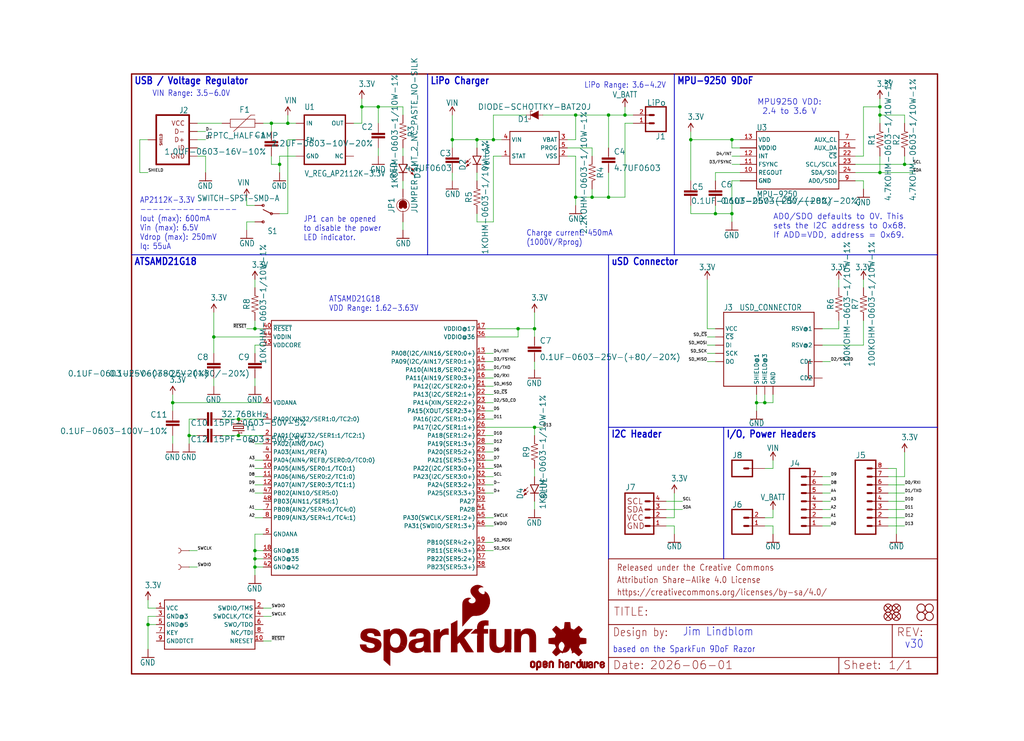
<source format=kicad_sch>
(kicad_sch (version 20230121) (generator eeschema)
  (paper "User" 316.281 228.956)
  (lib_symbols
    (symbol "working-eagle-import:0.1UF-0603-100V-10%"
      (property "Reference" "C" (at 1.524 2.921 0))
      (symbol "0.1UF-0603-100V-10%_1_0"
        (pin passive line (at 0 5.08 270) (length 2.54) (name "1") (number "1"))
        (pin passive line (at 0 -2.54 90) (length 2.54) (name "2") (number "2"))
      )
    )
    (symbol "working-eagle-import:0.1UF-0603-25V-(+80/-20%)"
      (property "Reference" "C" (at 1.524 2.921 0))
      (symbol "0.1UF-0603-25V-(+80/-20%)_1_0"
        (pin passive line (at 0 5.08 270) (length 2.54) (name "1") (number "1"))
        (pin passive line (at 0 -2.54 90) (length 2.54) (name "2") (number "2"))
      )
    )
    (symbol "working-eagle-import:1.0UF-0603-16V-10%"
      (property "Reference" "C" (at 1.524 2.921 0))
      (symbol "1.0UF-0603-16V-10%_1_0"
        (pin passive line (at 0 5.08 270) (length 2.54) (name "1") (number "1"))
        (pin passive line (at 0 -2.54 90) (length 2.54) (name "2") (number "2"))
      )
    )
    (symbol "working-eagle-import:100KOHM-0603-1/10W-1%"
      (property "Reference" "R" (at 0 1.524 0))
      (symbol "100KOHM-0603-1/10W-1%_1_0"
        (pin passive line (at -5.08 0 0) (length 2.54) (name "1") (number "1"))
        (pin passive line (at 5.08 0 180) (length 2.54) (name "2") (number "2"))
      )
    )
    (symbol "working-eagle-import:10KOHM-0603-1/10W-1%"
      (property "Reference" "R" (at 0 1.524 0))
      (symbol "10KOHM-0603-1/10W-1%_1_0"
        (pin passive line (at -5.08 0 0) (length 2.54) (name "1") (number "1"))
        (pin passive line (at 5.08 0 180) (length 2.54) (name "2") (number "2"))
      )
    )
    (symbol "working-eagle-import:15PF-0603-50V-5%"
      (property "Reference" "C" (at 1.524 2.921 0))
      (symbol "15PF-0603-50V-5%_1_0"
        (pin passive line (at 0 5.08 270) (length 2.54) (name "1") (number "1"))
        (pin passive line (at 0 -2.54 90) (length 2.54) (name "2") (number "2"))
      )
    )
    (symbol "working-eagle-import:1KOHM-0603-1/10W-1%"
      (property "Reference" "R" (at 0 1.524 0))
      (symbol "1KOHM-0603-1/10W-1%_1_0"
        (pin passive line (at -5.08 0 0) (length 2.54) (name "1") (number "1"))
        (pin passive line (at 5.08 0 180) (length 2.54) (name "2") (number "2"))
      )
    )
    (symbol "working-eagle-import:2.2KOHM-0603-1/10W-1%"
      (property "Reference" "R" (at 0 1.524 0))
      (symbol "2.2KOHM-0603-1/10W-1%_1_0"
        (pin passive line (at -5.08 0 0) (length 2.54) (name "1") (number "1"))
        (pin passive line (at 5.08 0 180) (length 2.54) (name "2") (number "2"))
      )
    )
    (symbol "working-eagle-import:2.2UF-0603-10V-20%"
      (property "Reference" "C" (at 1.524 2.921 0))
      (symbol "2.2UF-0603-10V-20%_1_0"
        (pin passive line (at 0 5.08 270) (length 2.54) (name "1") (number "1"))
        (pin passive line (at 0 -2.54 90) (length 2.54) (name "2") (number "2"))
      )
    )
    (symbol "working-eagle-import:3.3V" (power)
      (property "Value" "3.3V" (at -1.016 3.556 0))
      (symbol "3.3V_1_0"
        (pin power_in line (at 0 0 90) (length 2.54) (name "3.3V") (number "1"))
      )
    )
    (symbol "working-eagle-import:4.7KOHM-0603-1/10W-1%"
      (property "Reference" "R" (at 0 1.524 0))
      (symbol "4.7KOHM-0603-1/10W-1%_1_0"
        (pin passive line (at -5.08 0 0) (length 2.54) (name "1") (number "1"))
        (pin passive line (at 5.08 0 180) (length 2.54) (name "2") (number "2"))
      )
    )
    (symbol "working-eagle-import:4.7UF0603"
      (property "Reference" "C" (at 1.524 2.921 0))
      (symbol "4.7UF0603_1_0"
        (pin passive line (at 0 5.08 270) (length 2.54) (name "1") (number "1"))
        (pin passive line (at 0 -2.54 90) (length 2.54) (name "2") (number "2"))
      )
    )
    (symbol "working-eagle-import:ATSAMD21G-A"
      (symbol "ATSAMD21G-A_1_0"
        (pin bidirectional line (at -33.02 15.24 0) (length 2.54) (name "PA00(XIN32/SER1:0/TC2:0)") (number "1"))
        (pin bidirectional line (at -33.02 0 0) (length 2.54) (name "PA05(AIN5/SER0:1/TC0:1)") (number "10"))
        (pin bidirectional line (at -33.02 -2.54 0) (length 2.54) (name "PA06(AIN6/SER0:2/TC1:0)") (number "11"))
        (pin bidirectional line (at -33.02 -5.08 0) (length 2.54) (name "PA07(AIN7/SER0:3/TC1:1)") (number "12"))
        (pin bidirectional line (at 35.56 35.56 180) (length 2.54) (name "PA08(I2C/AIN16/SER0:0+)") (number "13"))
        (pin bidirectional line (at 35.56 33.02 180) (length 2.54) (name "PA09(I2C/AIN17/SER0:1+)") (number "14"))
        (pin bidirectional line (at 35.56 30.48 180) (length 2.54) (name "PA10(AIN18/SER0:2+)") (number "15"))
        (pin bidirectional line (at 35.56 27.94 180) (length 2.54) (name "PA11(AIN19/SER0:3+)") (number "16"))
        (pin bidirectional line (at 35.56 43.18 180) (length 2.54) (name "VDDIO@17") (number "17"))
        (pin bidirectional line (at -33.02 -25.4 0) (length 2.54) (name "GND@18") (number "18"))
        (pin bidirectional line (at 35.56 -22.86 180) (length 2.54) (name "PB10(SER4:2+)") (number "19"))
        (pin bidirectional line (at -33.02 10.16 0) (length 2.54) (name "PA01(XOUT32/SER1:1/TC2:1)") (number "2"))
        (pin bidirectional line (at 35.56 -25.4 180) (length 2.54) (name "PB11(SER4:3+)") (number "20"))
        (pin bidirectional line (at 35.56 25.4 180) (length 2.54) (name "PA12(I2C/SER2:0+)") (number "21"))
        (pin bidirectional line (at 35.56 22.86 180) (length 2.54) (name "PA13(I2C/SER2:1+)") (number "22"))
        (pin bidirectional line (at 35.56 20.32 180) (length 2.54) (name "PA14(XIN/SER2:2+)") (number "23"))
        (pin bidirectional line (at 35.56 17.78 180) (length 2.54) (name "PA15(XOUT/SER2:3+)") (number "24"))
        (pin bidirectional line (at 35.56 15.24 180) (length 2.54) (name "PA16(I2C/SER1:0+)") (number "25"))
        (pin bidirectional line (at 35.56 12.7 180) (length 2.54) (name "PA17(I2C/SER1:1+)") (number "26"))
        (pin bidirectional line (at 35.56 10.16 180) (length 2.54) (name "PA18(SER1:2+)") (number "27"))
        (pin bidirectional line (at 35.56 7.62 180) (length 2.54) (name "PA19(SER1:3+)") (number "28"))
        (pin bidirectional line (at 35.56 5.08 180) (length 2.54) (name "PA20(SER5:2+)") (number "29"))
        (pin bidirectional line (at -33.02 7.62 0) (length 2.54) (name "PA02(AIN0/DAC)") (number "3"))
        (pin bidirectional line (at 35.56 2.54 180) (length 2.54) (name "PA21(SER5:3+)") (number "30"))
        (pin bidirectional line (at 35.56 0 180) (length 2.54) (name "PA22(I2C/SER3:0+)") (number "31"))
        (pin bidirectional line (at 35.56 -2.54 180) (length 2.54) (name "PA23(I2C/SER3:0+)") (number "32"))
        (pin bidirectional line (at 35.56 -5.08 180) (length 2.54) (name "PA24(SER3:2+)") (number "33"))
        (pin bidirectional line (at 35.56 -7.62 180) (length 2.54) (name "PA25(SER3:3+)") (number "34"))
        (pin bidirectional line (at -33.02 -27.94 0) (length 2.54) (name "GND@35") (number "35"))
        (pin bidirectional line (at 35.56 40.64 180) (length 2.54) (name "VDDIO@36") (number "36"))
        (pin bidirectional line (at 35.56 -27.94 180) (length 2.54) (name "PB22(SER5:2+)") (number "37"))
        (pin bidirectional line (at 35.56 -30.48 180) (length 2.54) (name "PB23(SER5:3+)") (number "38"))
        (pin bidirectional line (at 35.56 -10.16 180) (length 2.54) (name "PA27") (number "39"))
        (pin bidirectional line (at -33.02 5.08 0) (length 2.54) (name "PA03(AIN1/REFA)") (number "4"))
        (pin bidirectional line (at -33.02 43.18 0) (length 2.54) (name "~{RESET}") (number "40"))
        (pin bidirectional line (at 35.56 -12.7 180) (length 2.54) (name "PA28") (number "41"))
        (pin bidirectional line (at -33.02 -30.48 0) (length 2.54) (name "GND@42") (number "42"))
        (pin bidirectional line (at -33.02 38.1 0) (length 2.54) (name "VDDCORE") (number "43"))
        (pin bidirectional line (at -33.02 40.64 0) (length 2.54) (name "VDDIN") (number "44"))
        (pin bidirectional line (at 35.56 -15.24 180) (length 2.54) (name "PA30(SWCLK/SER1:2+)") (number "45"))
        (pin bidirectional line (at 35.56 -17.78 180) (length 2.54) (name "PA31(SWDIO/SER1:3+)") (number "46"))
        (pin bidirectional line (at -33.02 -7.62 0) (length 2.54) (name "PB02(AIN10/SER5:0)") (number "47"))
        (pin bidirectional line (at -33.02 -10.16 0) (length 2.54) (name "PB03(AIN11/SER5:1)") (number "48"))
        (pin bidirectional line (at -33.02 -20.32 0) (length 2.54) (name "GNDANA") (number "5"))
        (pin bidirectional line (at -33.02 20.32 0) (length 2.54) (name "VDDANA") (number "6"))
        (pin bidirectional line (at -33.02 -12.7 0) (length 2.54) (name "PB08(AIN2/SER4:0/TC4:0)") (number "7"))
        (pin bidirectional line (at -33.02 -15.24 0) (length 2.54) (name "PB09(AIN3/SER4:1/TC4:1)") (number "8"))
        (pin bidirectional line (at -33.02 2.54 0) (length 2.54) (name "PA04(AIN4/REFB/SER0:0/TC0:0)") (number "9"))
      )
    )
    (symbol "working-eagle-import:CONN_01"
      (property "Reference" "J" (at -2.54 3.048 0))
      (symbol "CONN_01_1_0"
        (pin passive line (at 7.62 0 180) (length 5.08) (name "1") (number "1"))
      )
    )
    (symbol "working-eagle-import:CONN_02"
      (property "Reference" "J" (at -2.54 5.588 0))
      (symbol "CONN_02_1_0"
        (pin passive line (at 7.62 0 180) (length 5.08) (name "1") (number "1"))
        (pin passive line (at 7.62 2.54 180) (length 5.08) (name "2") (number "2"))
      )
    )
    (symbol "working-eagle-import:CONN_02-JST-2MM-SMT"
      (property "Reference" "J" (at -2.54 5.588 0))
      (symbol "CONN_02-JST-2MM-SMT_1_0"
        (pin passive line (at 7.62 2.54 180) (length 5.08) (name "2") (number "1"))
        (pin passive line (at 7.62 0 180) (length 5.08) (name "1") (number "2"))
      )
    )
    (symbol "working-eagle-import:CONN_07"
      (property "Reference" "J" (at -5.08 13.208 0))
      (symbol "CONN_07_1_0"
        (pin passive line (at 5.08 -5.08 180) (length 5.08) (name "1") (number "1"))
        (pin passive line (at 5.08 -2.54 180) (length 5.08) (name "2") (number "2"))
        (pin passive line (at 5.08 0 180) (length 5.08) (name "3") (number "3"))
        (pin passive line (at 5.08 2.54 180) (length 5.08) (name "4") (number "4"))
        (pin passive line (at 5.08 5.08 180) (length 5.08) (name "5") (number "5"))
        (pin passive line (at 5.08 7.62 180) (length 5.08) (name "6") (number "6"))
        (pin passive line (at 5.08 10.16 180) (length 5.08) (name "7") (number "7"))
      )
    )
    (symbol "working-eagle-import:CONN_08{dblquote}"
      (property "Reference" "J" (at -5.08 13.208 0))
      (symbol "CONN_08{dblquote}_1_0"
        (pin passive line (at 5.08 -7.62 180) (length 5.08) (name "1") (number "1"))
        (pin passive line (at 5.08 -5.08 180) (length 5.08) (name "2") (number "2"))
        (pin passive line (at 5.08 -2.54 180) (length 5.08) (name "3") (number "3"))
        (pin passive line (at 5.08 0 180) (length 5.08) (name "4") (number "4"))
        (pin passive line (at 5.08 2.54 180) (length 5.08) (name "5") (number "5"))
        (pin passive line (at 5.08 5.08 180) (length 5.08) (name "6") (number "6"))
        (pin passive line (at 5.08 7.62 180) (length 5.08) (name "7") (number "7"))
        (pin passive line (at 5.08 10.16 180) (length 5.08) (name "8") (number "8"))
      )
    )
    (symbol "working-eagle-import:CORTEX_DEBUGPTH"
      (symbol "CORTEX_DEBUGPTH_1_0"
        (pin bidirectional line (at -15.24 5.08 0) (length 2.54) (name "VCC") (number "1"))
        (pin bidirectional line (at 17.78 -5.08 180) (length 2.54) (name "NRESET") (number "10"))
        (pin bidirectional line (at 17.78 5.08 180) (length 2.54) (name "SWDIO/TMS") (number "2"))
        (pin bidirectional line (at -15.24 2.54 0) (length 2.54) (name "GND@3") (number "3"))
        (pin bidirectional line (at 17.78 2.54 180) (length 2.54) (name "SWDCLK/TCK") (number "4"))
        (pin bidirectional line (at -15.24 0 0) (length 2.54) (name "GND@5") (number "5"))
        (pin bidirectional line (at 17.78 0 180) (length 2.54) (name "SWO/TDO") (number "6"))
        (pin bidirectional line (at -15.24 -2.54 0) (length 2.54) (name "KEY") (number "7"))
        (pin bidirectional line (at 17.78 -2.54 180) (length 2.54) (name "NC/TDI") (number "8"))
        (pin bidirectional line (at -15.24 -5.08 0) (length 2.54) (name "GNDDTCT") (number "9"))
      )
    )
    (symbol "working-eagle-import:CRYSTAL-32.768KHZSMD-3.2X1.5"
      (property "Reference" "Y" (at 0 2.032 0))
      (symbol "CRYSTAL-32.768KHZSMD-3.2X1.5_1_0"
        (text "1" (at -2.159 -1.143 0) (effects (font (size 0.8636 0.734)) (justify left bottom)))
        (text "2" (at 1.524 -1.143 0) (effects (font (size 0.8636 0.734)) (justify left bottom)))
        (pin passive line (at -2.54 0 0) (length 0) (name "1") (number "P$1"))
        (pin passive line (at 2.54 0 180) (length 0) (name "2") (number "P$2"))
      )
    )
    (symbol "working-eagle-import:DIODE-SCHOTTKY-BAT20J"
      (property "Reference" "D" (at 2.54 0.4826 0))
      (symbol "DIODE-SCHOTTKY-BAT20J_1_0"
        (pin passive line (at -2.54 0 0) (length 0) (name "A") (number "A"))
        (pin passive line (at 2.54 0 180) (length 0) (name "C") (number "C"))
      )
    )
    (symbol "working-eagle-import:FIDUCIAL1X2")
    (symbol "working-eagle-import:FRAME-LETTER"
      (symbol "FRAME-LETTER_2_0"
        (text "${#}/${##}" (at 86.36 1.27 0) (effects (font (size 2.54 2.54)) (justify left bottom)))
        (text "${CURRENT_DATE}" (at 12.7 1.27 0) (effects (font (size 2.54 2.54)) (justify left bottom)))
        (text "${PROJECTNAME}" (at 15.494 17.78 0) (effects (font (size 2.7432 2.7432)) (justify left bottom)))
        (text "Attribution Share-Alike 4.0 License" (at 2.54 27.94 0) (effects (font (size 1.9304 1.6408)) (justify left bottom)))
        (text "Date:" (at 1.27 1.27 0) (effects (font (size 2.54 2.54)) (justify left bottom)))
        (text "Design by:" (at 1.27 11.43 0) (effects (font (size 2.54 2.159)) (justify left bottom)))
        (text "https://creativecommons.org/licenses/by-sa/4.0/" (at 2.54 24.13 0) (effects (font (size 1.9304 1.6408)) (justify left bottom)))
        (text "Released under the Creative Commons" (at 2.54 31.75 0) (effects (font (size 1.9304 1.6408)) (justify left bottom)))
        (text "REV:" (at 88.9 11.43 0) (effects (font (size 2.54 2.54)) (justify left bottom)))
        (text "Sheet:" (at 72.39 1.27 0) (effects (font (size 2.54 2.54)) (justify left bottom)))
        (text "TITLE:" (at 1.524 17.78 0) (effects (font (size 2.54 2.54)) (justify left bottom)))
      )
    )
    (symbol "working-eagle-import:GND" (power)
      (property "Value" "GND" (at -2.54 -2.54 0))
      (symbol "GND_1_0"
        (pin power_in line (at 0 2.54 270) (length 2.54) (name "GND") (number "1"))
      )
    )
    (symbol "working-eagle-import:I2C_STANDARD"
      (property "Reference" "J" (at -2.54 13.462 0))
      (symbol "I2C_STANDARD_1_0"
        (text "GND" (at -2.032 2.54 0) (effects (font (size 1.778 1.778)) (justify left)))
        (text "SCL" (at -2.032 10.16 0) (effects (font (size 1.778 1.778)) (justify left)))
        (text "SDA" (at -2.032 7.62 0) (effects (font (size 1.778 1.778)) (justify left)))
        (text "VCC" (at -2.032 5.08 0) (effects (font (size 1.778 1.778)) (justify left)))
        (pin passive line (at 10.16 2.54 180) (length 5.08) (name "1") (number "1"))
        (pin passive line (at 10.16 5.08 180) (length 5.08) (name "2") (number "2"))
        (pin passive line (at 10.16 7.62 180) (length 5.08) (name "3") (number "3"))
        (pin passive line (at 10.16 10.16 180) (length 5.08) (name "4") (number "4"))
      )
    )
    (symbol "working-eagle-import:JUMPER-SMT_2_NC_PASTE_NO-SILK"
      (property "Reference" "JP" (at -2.54 2.54 0))
      (symbol "JUMPER-SMT_2_NC_PASTE_NO-SILK_1_0"
        (pin passive line (at -5.08 0 0) (length 2.54) (name "1") (number "1"))
        (pin passive line (at 5.08 0 180) (length 2.54) (name "2") (number "2"))
      )
    )
    (symbol "working-eagle-import:LED-BLUE0603"
      (property "Reference" "D" (at -3.429 -4.572 90))
      (symbol "LED-BLUE0603_1_0"
        (pin passive line (at 0 2.54 270) (length 2.54) (name "A") (number "A"))
        (pin passive line (at 0 -5.08 90) (length 2.54) (name "C") (number "C"))
      )
    )
    (symbol "working-eagle-import:LED-RED0603"
      (property "Reference" "D" (at -3.429 -4.572 90))
      (symbol "LED-RED0603_1_0"
        (pin passive line (at 0 2.54 270) (length 2.54) (name "A") (number "A"))
        (pin passive line (at 0 -5.08 90) (length 2.54) (name "C") (number "C"))
      )
    )
    (symbol "working-eagle-import:LED-YELLOW0603"
      (property "Reference" "D" (at -3.429 -4.572 90))
      (symbol "LED-YELLOW0603_1_0"
        (pin passive line (at 0 2.54 270) (length 2.54) (name "A") (number "A"))
        (pin passive line (at 0 -5.08 90) (length 2.54) (name "C") (number "C"))
      )
    )
    (symbol "working-eagle-import:MCP73831"
      (symbol "MCP73831_1_0"
        (pin output line (at -10.16 -2.54 0) (length 2.54) (name "STAT") (number "1"))
        (pin power_in line (at 10.16 -2.54 180) (length 2.54) (name "VSS") (number "2"))
        (pin power_in line (at 10.16 2.54 180) (length 2.54) (name "VBAT") (number "3"))
        (pin power_in line (at -10.16 2.54 0) (length 2.54) (name "VIN") (number "4"))
        (pin input line (at 10.16 0 180) (length 2.54) (name "PROG") (number "5"))
      )
    )
    (symbol "working-eagle-import:MPU-9250"
      (property "Reference" "U" (at -12.7 10.414 0))
      (symbol "MPU-9250_1_0"
        (pin bidirectional line (at -17.78 5.08 0) (length 5.08) (name "VDDIO") (number "1"))
        (pin bidirectional line (at -17.78 -2.54 0) (length 5.08) (name "REGOUT") (number "10"))
        (pin bidirectional line (at -17.78 0 0) (length 5.08) (name "FSYNC") (number "11"))
        (pin bidirectional line (at -17.78 2.54 0) (length 5.08) (name "INT") (number "12"))
        (pin bidirectional line (at -17.78 7.62 0) (length 5.08) (name "VDD") (number "13"))
        (pin bidirectional line (at -17.78 -5.08 0) (length 5.08) (name "GND") (number "18"))
        (pin bidirectional line (at -17.78 -5.08 0) (length 5.08) (name "GND") (number "20"))
        (pin bidirectional line (at 17.78 5.08 180) (length 5.08) (name "AUX_DA") (number "21"))
        (pin bidirectional line (at 17.78 2.54 180) (length 5.08) (name "~{CS}") (number "22"))
        (pin bidirectional line (at 17.78 0 180) (length 5.08) (name "SCL/SCLK") (number "23"))
        (pin bidirectional line (at 17.78 -2.54 180) (length 5.08) (name "SDA/SDI") (number "24"))
        (pin bidirectional line (at 17.78 7.62 180) (length 5.08) (name "AUX_CL") (number "7"))
        (pin bidirectional line (at -17.78 5.08 0) (length 5.08) (name "VDDIO") (number "8"))
        (pin bidirectional line (at 17.78 -5.08 180) (length 5.08) (name "AD0/SDO") (number "9"))
      )
    )
    (symbol "working-eagle-import:OSHW-LOGOS")
    (symbol "working-eagle-import:PPTC_HALF-AMP"
      (property "Reference" "F" (at 1.905 3.175 0))
      (symbol "PPTC_HALF-AMP_1_0"
        (pin bidirectional line (at -5.08 0 0) (length 2.54) (name "1") (number "1"))
        (pin bidirectional line (at 7.62 0 180) (length 2.54) (name "2") (number "2"))
      )
    )
    (symbol "working-eagle-import:SFE_LOGO_FLAME.1_INCH")
    (symbol "working-eagle-import:SFE_LOGO_NAME.1_INCH")
    (symbol "working-eagle-import:STAND-OFF")
    (symbol "working-eagle-import:SWITCH-SPDT-SMD-A"
      (property "Reference" "S" (at -1.905 -6.35 0))
      (symbol "SWITCH-SPDT-SMD-A_1_0"
        (pin passive line (at 5.08 2.54 180) (length 2.54) (name "O") (number "1"))
        (pin passive line (at -2.54 0 0) (length 2.54) (name "P") (number "2"))
        (pin passive line (at 5.08 -2.54 180) (length 2.54) (name "S") (number "3"))
      )
    )
    (symbol "working-eagle-import:SparkFun-PowerSymbols_3.3V" (power)
      (property "Value" "SparkFun-PowerSymbols_3.3V" (at 0 2.794 0))
      (symbol "SparkFun-PowerSymbols_3.3V_1_0"
        (pin power_in line (at 0 0 90) (length 2.54) (name "3.3V") (number "1"))
      )
    )
    (symbol "working-eagle-import:SparkFun-PowerSymbols_GND" (power)
      (property "Value" "SparkFun-PowerSymbols_GND" (at 0 -0.254 0))
      (symbol "SparkFun-PowerSymbols_GND_1_0"
        (pin power_in line (at 0 2.54 270) (length 2.54) (name "GND") (number "1"))
      )
    )
    (symbol "working-eagle-import:SparkFun-PowerSymbols_VIN" (power)
      (property "Value" "SparkFun-PowerSymbols_VIN" (at 0 2.794 0))
      (symbol "SparkFun-PowerSymbols_VIN_1_0"
        (pin power_in line (at 0 0 90) (length 2.54) (name "VIN") (number "1"))
      )
    )
    (symbol "working-eagle-import:TEST-POINT3"
      (symbol "TEST-POINT3_1_0"
        (pin bidirectional line (at 0 0 180) (length 0) (name "1") (number "P$1"))
      )
    )
    (symbol "working-eagle-import:USB_MICROB_PLUGCONN-11752"
      (property "Reference" "J" (at -4.826 8.128 0))
      (symbol "USB_MICROB_PLUGCONN-11752_1_0"
        (text "D+" (at -3.81 0 0) (effects (font (size 1.4224 1.4224)) (justify left)))
        (text "D-" (at -3.81 2.54 0) (effects (font (size 1.4224 1.4224)) (justify left)))
        (text "GND" (at -3.81 -5.08 0) (effects (font (size 1.4224 1.4224)) (justify left)))
        (text "ID" (at -3.81 -2.54 0) (effects (font (size 1.4224 1.4224)) (justify left)))
        (text "SHIELD" (at 4.064 0 900) (effects (font (size 0.8128 0.6908)) (justify bottom)))
        (text "VCC" (at -3.81 5.08 0) (effects (font (size 1.4224 1.4224)) (justify left)))
        (pin bidirectional line (at -7.62 0 0) (length 2.54) (name "D+") (number "D+"))
        (pin bidirectional line (at -7.62 2.54 0) (length 2.54) (name "D-") (number "D-"))
        (pin bidirectional line (at -7.62 -5.08 0) (length 2.54) (name "GND") (number "GND"))
        (pin bidirectional line (at -7.62 -2.54 0) (length 2.54) (name "ID") (number "ID"))
        (pin bidirectional line (at 7.62 0 180) (length 2.54) (name "SHIELD") (number "SHIELD1"))
        (pin bidirectional line (at 7.62 0 180) (length 2.54) (name "SHIELD") (number "SHIELD2"))
        (pin bidirectional line (at 7.62 0 180) (length 2.54) (name "SHIELD") (number "SHIELD3"))
        (pin bidirectional line (at -7.62 5.08 0) (length 2.54) (name "VCC") (number "VBUS"))
      )
    )
    (symbol "working-eagle-import:USD_CONNECTOR"
      (property "Reference" "J" (at -12.7 10.668 0))
      (symbol "USD_CONNECTOR_1_0"
        (pin bidirectional line (at 17.78 -5.08 180) (length 2.54) (name "CD1") (number "CD1"))
        (pin bidirectional line (at 17.78 -10.16 180) (length 2.54) (name "CD2") (number "CD2"))
        (pin bidirectional line (at -15.24 2.54 0) (length 2.54) (name "~{CS}") (number "CS"))
        (pin bidirectional line (at -15.24 0 0) (length 2.54) (name "DI") (number "DI"))
        (pin bidirectional line (at -15.24 -5.08 0) (length 2.54) (name "DO") (number "DO"))
        (pin bidirectional line (at 2.54 -15.24 90) (length 2.54) (name "GND") (number "GND"))
        (pin bidirectional line (at -2.54 -15.24 90) (length 2.54) (name "SHIELD@1") (number "GND1"))
        (pin bidirectional line (at 0 -15.24 90) (length 2.54) (name "SHIELD@3") (number "GND3"))
        (pin bidirectional line (at 17.78 5.08 180) (length 2.54) (name "RSV@1") (number "RSV1"))
        (pin bidirectional line (at 17.78 0 180) (length 2.54) (name "RSV@2") (number "RSV2"))
        (pin bidirectional line (at -15.24 -2.54 0) (length 2.54) (name "SCK") (number "SCLK"))
        (pin bidirectional line (at -15.24 5.08 0) (length 2.54) (name "VCC") (number "VCC"))
      )
    )
    (symbol "working-eagle-import:VIN" (power)
      (property "Value" "VIN" (at -1.016 3.556 0))
      (symbol "VIN_1_0"
        (pin power_in line (at 0 0 90) (length 2.54) (name "VIN") (number "1"))
      )
    )
    (symbol "working-eagle-import:V_BATT" (power)
      (property "Value" "V_BATT" (at 0 2.794 0))
      (symbol "V_BATT_1_0"
        (pin power_in line (at 0 0 90) (length 2.54) (name "V_BATT") (number "1"))
      )
    )
    (symbol "working-eagle-import:V_REG_AP2112K-3.3V"
      (property "Reference" "U" (at -7.62 9.144 0))
      (symbol "V_REG_AP2112K-3.3V_1_0"
        (pin input line (at -10.16 5.08 0) (length 2.54) (name "IN") (number "1"))
        (pin input line (at -10.16 -5.08 0) (length 2.54) (name "GND") (number "2"))
        (pin input line (at -10.16 0 0) (length 2.54) (name "EN") (number "3"))
        (pin input line (at 7.62 -5.08 180) (length 2.54) (name "NC") (number "4"))
        (pin passive line (at 7.62 5.08 180) (length 2.54) (name "OUT") (number "5"))
      )
    )
  )
  (junction (at 279.4 50.8))
  (junction (at 193.04 35.56))
  (junction (at 88.9 38.1))
  (junction (at 236.22 124.46))
  (junction (at 177.8 60.96))
  (junction (at 147.32 43.18))
  (junction (at 233.68 124.46))
  (junction (at 139.7 43.18))
  (junction (at 271.78 53.34))
  (junction (at 73.66 134.62))
  (junction (at 226.06 43.18))
  (junction (at 78.74 101.6))
  (junction (at 78.74 172.72))
  (junction (at 116.84 33.02))
  (junction (at 53.34 124.46))
  (junction (at 83.82 38.1))
  (junction (at 165.1 132.08))
  (junction (at 271.78 33.02))
  (junction (at 78.74 170.18))
  (junction (at 78.74 175.26))
  (junction (at 220.98 66.04))
  (junction (at 226.06 66.04))
  (junction (at 182.88 60.96))
  (junction (at 187.96 35.56))
  (junction (at 111.76 33.02))
  (junction (at 152.4 43.18))
  (junction (at 165.1 101.6))
  (junction (at 271.78 35.56))
  (junction (at 58.42 134.62))
  (junction (at 177.8 35.56))
  (junction (at 66.04 104.14))
  (junction (at 45.72 193.04))
  (junction (at 86.36 50.8))
  (junction (at 187.96 60.96))
  (junction (at 213.36 43.18))
  (junction (at 73.66 129.54))
  (junction (at 160.02 101.6))
  (wire (pts (xy 152.4 43.18) (xy 147.32 43.18)) (stroke (width 0.1524)))
  (wire (pts (xy 76.2 68.58) (xy 76.2 71.12)) (stroke (width 0.1524)))
  (wire (pts (xy 177.8 35.56) (xy 167.64 35.56)) (stroke (width 0.1524)))
  (wire (pts (xy 43.18 43.18) (xy 43.18 53.34)) (stroke (width 0.1524)))
  (wire (pts (xy 193.04 38.1) (xy 193.04 60.96)) (stroke (width 0.1524)))
  (polyline (pts (xy 132.08 78.74) (xy 132.08 22.86)) (stroke (width 0.254) (type solid)))
  (wire (pts (xy 45.72 193.04) (xy 45.72 200.66)) (stroke (width 0.1524)))
  (wire (pts (xy 271.78 33.02) (xy 271.78 30.48)) (stroke (width 0.1524)))
  (wire (pts (xy 68.58 38.1) (xy 60.96 38.1)) (stroke (width 0.1524)))
  (wire (pts (xy 149.86 129.54) (xy 152.4 129.54)) (stroke (width 0.1524)))
  (wire (pts (xy 81.28 165.1) (xy 78.74 165.1)) (stroke (width 0.1524)))
  (wire (pts (xy 78.74 106.68) (xy 78.74 109.22)) (stroke (width 0.1524)))
  (wire (pts (xy 165.1 157.48) (xy 165.1 154.94)) (stroke (width 0.1524)))
  (wire (pts (xy 81.28 160.02) (xy 78.74 160.02)) (stroke (width 0.1524)))
  (polyline (pts (xy 187.96 172.72) (xy 187.96 132.08)) (stroke (width 0.254) (type solid)))
  (wire (pts (xy 187.96 35.56) (xy 177.8 35.56)) (stroke (width 0.1524)))
  (wire (pts (xy 149.86 109.22) (xy 152.4 109.22)) (stroke (width 0.1524)))
  (wire (pts (xy 177.8 60.96) (xy 177.8 63.5)) (stroke (width 0.1524)))
  (wire (pts (xy 193.04 60.96) (xy 187.96 60.96)) (stroke (width 0.1524)))
  (wire (pts (xy 116.84 48.26) (xy 116.84 45.72)) (stroke (width 0.1524)))
  (wire (pts (xy 233.68 124.46) (xy 236.22 124.46)) (stroke (width 0.1524)))
  (wire (pts (xy 213.36 43.18) (xy 213.36 55.88)) (stroke (width 0.1524)))
  (wire (pts (xy 48.26 187.96) (xy 45.72 187.96)) (stroke (width 0.1524)))
  (wire (pts (xy 91.44 48.26) (xy 86.36 48.26)) (stroke (width 0.1524)))
  (polyline (pts (xy 223.52 132.08) (xy 223.52 172.72)) (stroke (width 0.254) (type solid)))
  (wire (pts (xy 208.28 160.02) (xy 208.28 152.4)) (stroke (width 0.1524)))
  (wire (pts (xy 43.18 53.34) (xy 45.72 53.34)) (stroke (width 0.1524)))
  (wire (pts (xy 274.32 160.02) (xy 279.4 160.02)) (stroke (width 0.1524)))
  (wire (pts (xy 68.58 134.62) (xy 73.66 134.62)) (stroke (width 0.1524)))
  (wire (pts (xy 182.88 48.26) (xy 182.88 45.72)) (stroke (width 0.1524)))
  (wire (pts (xy 276.86 144.78) (xy 274.32 144.78)) (stroke (width 0.1524)))
  (wire (pts (xy 116.84 33.02) (xy 124.46 33.02)) (stroke (width 0.1524)))
  (polyline (pts (xy 208.28 78.74) (xy 208.28 22.86)) (stroke (width 0.254) (type solid)))
  (polyline (pts (xy 187.96 78.74) (xy 208.28 78.74)) (stroke (width 0.254) (type solid)))
  (polyline (pts (xy 208.28 78.74) (xy 289.56 78.74)) (stroke (width 0.254) (type solid)))
  (wire (pts (xy 226.06 55.88) (xy 226.06 66.04)) (stroke (width 0.1524)))
  (wire (pts (xy 78.74 170.18) (xy 78.74 172.72)) (stroke (width 0.1524)))
  (wire (pts (xy 149.86 149.86) (xy 152.4 149.86)) (stroke (width 0.1524)))
  (wire (pts (xy 160.02 101.6) (xy 165.1 101.6)) (stroke (width 0.1524)))
  (wire (pts (xy 205.74 154.94) (xy 210.82 154.94)) (stroke (width 0.1524)))
  (wire (pts (xy 177.8 35.56) (xy 177.8 43.18)) (stroke (width 0.1524)))
  (wire (pts (xy 149.86 104.14) (xy 160.02 104.14)) (stroke (width 0.1524)))
  (wire (pts (xy 271.78 33.02) (xy 271.78 35.56)) (stroke (width 0.1524)))
  (wire (pts (xy 81.28 129.54) (xy 73.66 129.54)) (stroke (width 0.1524)))
  (wire (pts (xy 86.36 66.04) (xy 88.9 66.04)) (stroke (width 0.1524)))
  (wire (pts (xy 213.36 43.18) (xy 226.06 43.18)) (stroke (width 0.1524)))
  (wire (pts (xy 60.96 40.64) (xy 63.5 40.64)) (stroke (width 0.1524)))
  (wire (pts (xy 81.28 124.46) (xy 53.34 124.46)) (stroke (width 0.1524)))
  (wire (pts (xy 274.32 149.86) (xy 279.4 149.86)) (stroke (width 0.1524)))
  (wire (pts (xy 78.74 101.6) (xy 78.74 99.06)) (stroke (width 0.1524)))
  (wire (pts (xy 165.1 144.78) (xy 165.1 147.32)) (stroke (width 0.1524)))
  (wire (pts (xy 187.96 45.72) (xy 187.96 35.56)) (stroke (width 0.1524)))
  (wire (pts (xy 83.82 50.8) (xy 86.36 50.8)) (stroke (width 0.1524)))
  (wire (pts (xy 83.82 38.1) (xy 88.9 38.1)) (stroke (width 0.1524)))
  (wire (pts (xy 264.16 55.88) (xy 266.7 55.88)) (stroke (width 0.1524)))
  (wire (pts (xy 86.36 50.8) (xy 86.36 53.34)) (stroke (width 0.1524)))
  (wire (pts (xy 152.4 43.18) (xy 154.94 43.18)) (stroke (width 0.1524)))
  (wire (pts (xy 53.34 124.46) (xy 53.34 121.92)) (stroke (width 0.1524)))
  (wire (pts (xy 63.5 48.26) (xy 63.5 53.34)) (stroke (width 0.1524)))
  (wire (pts (xy 81.28 144.78) (xy 78.74 144.78)) (stroke (width 0.1524)))
  (wire (pts (xy 271.78 53.34) (xy 281.94 53.34)) (stroke (width 0.1524)))
  (wire (pts (xy 149.86 170.18) (xy 152.4 170.18)) (stroke (width 0.1524)))
  (wire (pts (xy 193.04 35.56) (xy 187.96 35.56)) (stroke (width 0.1524)))
  (wire (pts (xy 149.86 127) (xy 152.4 127)) (stroke (width 0.1524)))
  (wire (pts (xy 81.28 104.14) (xy 66.04 104.14)) (stroke (width 0.1524)))
  (wire (pts (xy 228.6 55.88) (xy 226.06 55.88)) (stroke (width 0.1524)))
  (wire (pts (xy 152.4 68.58) (xy 147.32 68.58)) (stroke (width 0.1524)))
  (wire (pts (xy 236.22 124.46) (xy 238.76 124.46)) (stroke (width 0.1524)))
  (wire (pts (xy 228.6 45.72) (xy 226.06 45.72)) (stroke (width 0.1524)))
  (wire (pts (xy 177.8 43.18) (xy 175.26 43.18)) (stroke (width 0.1524)))
  (wire (pts (xy 220.98 106.68) (xy 218.44 106.68)) (stroke (width 0.1524)))
  (wire (pts (xy 81.28 106.68) (xy 78.74 106.68)) (stroke (width 0.1524)))
  (wire (pts (xy 60.96 45.72) (xy 61.214 45.72)) (stroke (width 0.1524)))
  (wire (pts (xy 149.86 160.02) (xy 152.4 160.02)) (stroke (width 0.1524)))
  (wire (pts (xy 66.04 104.14) (xy 66.04 109.22)) (stroke (width 0.1524)))
  (wire (pts (xy 78.74 172.72) (xy 78.74 175.26)) (stroke (width 0.1524)))
  (wire (pts (xy 81.28 187.96) (xy 83.82 187.96)) (stroke (width 0.1524)))
  (wire (pts (xy 182.88 58.42) (xy 182.88 60.96)) (stroke (width 0.1524)))
  (wire (pts (xy 233.68 127) (xy 233.68 124.46)) (stroke (width 0.1524)))
  (wire (pts (xy 149.86 137.16) (xy 152.4 137.16)) (stroke (width 0.1524)))
  (wire (pts (xy 149.86 147.32) (xy 152.4 147.32)) (stroke (width 0.1524)))
  (wire (pts (xy 88.9 43.18) (xy 91.44 43.18)) (stroke (width 0.1524)))
  (wire (pts (xy 175.26 48.26) (xy 177.8 48.26)) (stroke (width 0.1524)))
  (wire (pts (xy 236.22 124.46) (xy 236.22 121.92)) (stroke (width 0.1524)))
  (wire (pts (xy 264.16 50.8) (xy 279.4 50.8)) (stroke (width 0.1524)))
  (wire (pts (xy 45.72 43.18) (xy 43.18 43.18)) (stroke (width 0.1524)))
  (wire (pts (xy 88.9 38.1) (xy 91.44 38.1)) (stroke (width 0.1524)))
  (wire (pts (xy 149.86 167.64) (xy 152.4 167.64)) (stroke (width 0.1524)))
  (wire (pts (xy 149.86 111.76) (xy 152.4 111.76)) (stroke (width 0.1524)))
  (wire (pts (xy 81.28 152.4) (xy 78.74 152.4)) (stroke (width 0.1524)))
  (wire (pts (xy 195.58 35.56) (xy 193.04 35.56)) (stroke (width 0.1524)))
  (wire (pts (xy 165.1 101.6) (xy 165.1 104.14)) (stroke (width 0.1524)))
  (wire (pts (xy 177.8 48.26) (xy 177.8 60.96)) (stroke (width 0.1524)))
  (wire (pts (xy 81.28 142.24) (xy 78.74 142.24)) (stroke (width 0.1524)))
  (wire (pts (xy 124.46 55.88) (xy 124.46 58.42)) (stroke (width 0.1524)))
  (wire (pts (xy 187.96 60.96) (xy 182.88 60.96)) (stroke (width 0.1524)))
  (wire (pts (xy 81.28 149.86) (xy 78.74 149.86)) (stroke (width 0.1524)))
  (wire (pts (xy 60.96 134.62) (xy 58.42 134.62)) (stroke (width 0.1524)))
  (wire (pts (xy 254 152.4) (xy 256.54 152.4)) (stroke (width 0.1524)))
  (wire (pts (xy 124.46 68.58) (xy 124.46 71.12)) (stroke (width 0.1524)))
  (wire (pts (xy 274.32 152.4) (xy 279.4 152.4)) (stroke (width 0.1524)))
  (wire (pts (xy 149.86 119.38) (xy 152.4 119.38)) (stroke (width 0.1524)))
  (wire (pts (xy 274.32 154.94) (xy 279.4 154.94)) (stroke (width 0.1524)))
  (wire (pts (xy 45.72 187.96) (xy 45.72 185.42)) (stroke (width 0.1524)))
  (wire (pts (xy 220.98 66.04) (xy 213.36 66.04)) (stroke (width 0.1524)))
  (wire (pts (xy 73.66 134.62) (xy 81.28 134.62)) (stroke (width 0.1524)))
  (wire (pts (xy 266.7 33.02) (xy 271.78 33.02)) (stroke (width 0.1524)))
  (wire (pts (xy 81.28 147.32) (xy 78.74 147.32)) (stroke (width 0.1524)))
  (wire (pts (xy 58.42 129.54) (xy 58.42 134.62)) (stroke (width 0.1524)))
  (wire (pts (xy 213.36 40.64) (xy 213.36 43.18)) (stroke (width 0.1524)))
  (wire (pts (xy 73.66 129.54) (xy 68.58 129.54)) (stroke (width 0.1524)))
  (wire (pts (xy 81.28 157.48) (xy 78.74 157.48)) (stroke (width 0.1524)))
  (wire (pts (xy 254 149.86) (xy 256.54 149.86)) (stroke (width 0.1524)))
  (wire (pts (xy 116.84 33.02) (xy 116.84 38.1)) (stroke (width 0.1524)))
  (wire (pts (xy 254 154.94) (xy 256.54 154.94)) (stroke (width 0.1524)))
  (wire (pts (xy 279.4 147.32) (xy 279.4 139.7)) (stroke (width 0.1524)))
  (wire (pts (xy 139.7 43.18) (xy 139.7 45.72)) (stroke (width 0.1524)))
  (wire (pts (xy 88.9 66.04) (xy 88.9 43.18)) (stroke (width 0.1524)))
  (wire (pts (xy 147.32 45.72) (xy 147.32 43.18)) (stroke (width 0.1524)))
  (wire (pts (xy 254 157.48) (xy 256.54 157.48)) (stroke (width 0.1524)))
  (wire (pts (xy 86.36 48.26) (xy 86.36 50.8)) (stroke (width 0.1524)))
  (wire (pts (xy 236.22 160.02) (xy 238.76 160.02)) (stroke (width 0.1524)))
  (wire (pts (xy 274.32 147.32) (xy 279.4 147.32)) (stroke (width 0.1524)))
  (polyline (pts (xy 187.96 132.08) (xy 187.96 78.74)) (stroke (width 0.254) (type solid)))
  (wire (pts (xy 220.98 111.76) (xy 218.44 111.76)) (stroke (width 0.1524)))
  (wire (pts (xy 147.32 43.18) (xy 139.7 43.18)) (stroke (width 0.1524)))
  (wire (pts (xy 78.74 101.6) (xy 76.2 101.6)) (stroke (width 0.1524)))
  (wire (pts (xy 48.26 190.5) (xy 45.72 190.5)) (stroke (width 0.1524)))
  (wire (pts (xy 279.4 50.8) (xy 281.94 50.8)) (stroke (width 0.1524)))
  (wire (pts (xy 165.1 101.6) (xy 165.1 96.52)) (stroke (width 0.1524)))
  (wire (pts (xy 149.86 116.84) (xy 152.4 116.84)) (stroke (width 0.1524)))
  (wire (pts (xy 53.34 137.16) (xy 53.34 134.62)) (stroke (width 0.1524)))
  (wire (pts (xy 220.98 53.34) (xy 220.98 55.88)) (stroke (width 0.1524)))
  (wire (pts (xy 66.04 104.14) (xy 66.04 96.52)) (stroke (width 0.1524)))
  (wire (pts (xy 220.98 109.22) (xy 218.44 109.22)) (stroke (width 0.1524)))
  (wire (pts (xy 220.98 66.04) (xy 226.06 66.04)) (stroke (width 0.1524)))
  (wire (pts (xy 182.88 45.72) (xy 175.26 45.72)) (stroke (width 0.1524)))
  (wire (pts (xy 81.28 137.16) (xy 78.74 137.16)) (stroke (width 0.1524)))
  (wire (pts (xy 254 111.76) (xy 256.54 111.76)) (stroke (width 0.1524)))
  (wire (pts (xy 111.76 38.1) (xy 111.76 33.02)) (stroke (width 0.1524)))
  (wire (pts (xy 149.86 121.92) (xy 152.4 121.92)) (stroke (width 0.1524)))
  (wire (pts (xy 152.4 35.56) (xy 152.4 43.18)) (stroke (width 0.1524)))
  (wire (pts (xy 66.04 119.38) (xy 66.04 116.84)) (stroke (width 0.1524)))
  (wire (pts (xy 78.74 63.5) (xy 76.2 63.5)) (stroke (width 0.1524)))
  (wire (pts (xy 276.86 144.78) (xy 276.86 165.1)) (stroke (width 0.1524)))
  (wire (pts (xy 149.86 142.24) (xy 152.4 142.24)) (stroke (width 0.1524)))
  (wire (pts (xy 81.28 172.72) (xy 78.74 172.72)) (stroke (width 0.1524)))
  (wire (pts (xy 154.94 48.26) (xy 152.4 48.26)) (stroke (width 0.1524)))
  (wire (pts (xy 266.7 48.26) (xy 266.7 33.02)) (stroke (width 0.1524)))
  (wire (pts (xy 264.16 48.26) (xy 266.7 48.26)) (stroke (width 0.1524)))
  (wire (pts (xy 279.4 35.56) (xy 279.4 38.1)) (stroke (width 0.1524)))
  (wire (pts (xy 233.68 124.46) (xy 233.68 121.92)) (stroke (width 0.1524)))
  (wire (pts (xy 274.32 157.48) (xy 279.4 157.48)) (stroke (width 0.1524)))
  (wire (pts (xy 147.32 53.34) (xy 147.32 55.88)) (stroke (width 0.1524)))
  (wire (pts (xy 139.7 55.88) (xy 139.7 53.34)) (stroke (width 0.1524)))
  (wire (pts (xy 208.28 162.56) (xy 208.28 165.1)) (stroke (width 0.1524)))
  (wire (pts (xy 205.74 162.56) (xy 208.28 162.56)) (stroke (width 0.1524)))
  (wire (pts (xy 254 101.6) (xy 259.08 101.6)) (stroke (width 0.1524)))
  (wire (pts (xy 81.28 190.5) (xy 83.82 190.5)) (stroke (width 0.1524)))
  (wire (pts (xy 193.04 33.02) (xy 193.04 35.56)) (stroke (width 0.1524)))
  (wire (pts (xy 228.6 53.34) (xy 220.98 53.34)) (stroke (width 0.1524)))
  (wire (pts (xy 149.86 152.4) (xy 152.4 152.4)) (stroke (width 0.1524)))
  (wire (pts (xy 165.1 132.08) (xy 165.1 134.62)) (stroke (width 0.1524)))
  (wire (pts (xy 228.6 50.8) (xy 226.06 50.8)) (stroke (width 0.1524)))
  (wire (pts (xy 238.76 162.56) (xy 238.76 165.1)) (stroke (width 0.1524)))
  (wire (pts (xy 226.06 43.18) (xy 228.6 43.18)) (stroke (width 0.1524)))
  (wire (pts (xy 205.74 157.48) (xy 210.82 157.48)) (stroke (width 0.1524)))
  (wire (pts (xy 149.86 101.6) (xy 160.02 101.6)) (stroke (width 0.1524)))
  (wire (pts (xy 149.86 134.62) (xy 152.4 134.62)) (stroke (width 0.1524)))
  (wire (pts (xy 254 160.02) (xy 256.54 160.02)) (stroke (width 0.1524)))
  (wire (pts (xy 60.96 43.18) (xy 63.5 43.18)) (stroke (width 0.1524)))
  (wire (pts (xy 58.42 170.18) (xy 60.96 170.18)) (stroke (width 0.1524)))
  (wire (pts (xy 83.82 48.26) (xy 83.82 50.8)) (stroke (width 0.1524)))
  (wire (pts (xy 149.86 132.08) (xy 165.1 132.08)) (stroke (width 0.1524)))
  (wire (pts (xy 274.32 162.56) (xy 279.4 162.56)) (stroke (width 0.1524)))
  (wire (pts (xy 109.22 38.1) (xy 111.76 38.1)) (stroke (width 0.1524)))
  (wire (pts (xy 78.74 68.58) (xy 76.2 68.58)) (stroke (width 0.1524)))
  (wire (pts (xy 81.28 175.26) (xy 78.74 175.26)) (stroke (width 0.1524)))
  (wire (pts (xy 165.1 132.08) (xy 167.64 132.08)) (stroke (width 0.1524)))
  (wire (pts (xy 162.56 35.56) (xy 152.4 35.56)) (stroke (width 0.1524)))
  (wire (pts (xy 205.74 160.02) (xy 208.28 160.02)) (stroke (width 0.1524)))
  (wire (pts (xy 254 106.68) (xy 266.7 106.68)) (stroke (width 0.1524)))
  (wire (pts (xy 254 162.56) (xy 256.54 162.56)) (stroke (width 0.1524)))
  (wire (pts (xy 220.98 63.5) (xy 220.98 66.04)) (stroke (width 0.1524)))
  (wire (pts (xy 58.42 175.26) (xy 60.96 175.26)) (stroke (width 0.1524)))
  (wire (pts (xy 60.96 129.54) (xy 58.42 129.54)) (stroke (width 0.1524)))
  (wire (pts (xy 254 147.32) (xy 256.54 147.32)) (stroke (width 0.1524)))
  (wire (pts (xy 259.08 101.6) (xy 259.08 99.06)) (stroke (width 0.1524)))
  (wire (pts (xy 88.9 35.56) (xy 88.9 38.1)) (stroke (width 0.1524)))
  (wire (pts (xy 45.72 190.5) (xy 45.72 193.04)) (stroke (width 0.1524)))
  (wire (pts (xy 147.32 68.58) (xy 147.32 66.04)) (stroke (width 0.1524)))
  (wire (pts (xy 78.74 165.1) (xy 78.74 170.18)) (stroke (width 0.1524)))
  (wire (pts (xy 213.36 66.04) (xy 213.36 63.5)) (stroke (width 0.1524)))
  (wire (pts (xy 195.58 38.1) (xy 193.04 38.1)) (stroke (width 0.1524)))
  (wire (pts (xy 78.74 86.36) (xy 78.74 88.9)) (stroke (width 0.1524)))
  (polyline (pts (xy 132.08 78.74) (xy 187.96 78.74)) (stroke (width 0.254) (type solid)))
  (wire (pts (xy 264.16 53.34) (xy 271.78 53.34)) (stroke (width 0.1524)))
  (wire (pts (xy 238.76 124.46) (xy 238.76 121.92)) (stroke (width 0.1524)))
  (wire (pts (xy 78.74 116.84) (xy 78.74 119.38)) (stroke (width 0.1524)))
  (wire (pts (xy 81.28 38.1) (xy 83.82 38.1)) (stroke (width 0.1524)))
  (wire (pts (xy 266.7 106.68) (xy 266.7 99.06)) (stroke (width 0.1524)))
  (wire (pts (xy 149.86 162.56) (xy 152.4 162.56)) (stroke (width 0.1524)))
  (wire (pts (xy 111.76 33.02) (xy 116.84 33.02)) (stroke (width 0.1524)))
  (wire (pts (xy 111.76 33.02) (xy 111.76 30.48)) (stroke (width 0.1524)))
  (wire (pts (xy 76.2 63.5) (xy 76.2 60.96)) (stroke (width 0.1524)))
  (wire (pts (xy 266.7 55.88) (xy 266.7 58.42)) (stroke (width 0.1524)))
  (wire (pts (xy 238.76 160.02) (xy 238.76 157.48)) (stroke (width 0.1524)))
  (wire (pts (xy 271.78 38.1) (xy 271.78 35.56)) (stroke (width 0.1524)))
  (wire (pts (xy 236.22 144.78) (xy 238.76 144.78)) (stroke (width 0.1524)))
  (wire (pts (xy 259.08 86.36) (xy 259.08 88.9)) (stroke (width 0.1524)))
  (wire (pts (xy 81.28 170.18) (xy 78.74 170.18)) (stroke (width 0.1524)))
  (wire (pts (xy 218.44 101.6) (xy 218.44 86.36)) (stroke (width 0.1524)))
  (wire (pts (xy 271.78 53.34) (xy 271.78 48.26)) (stroke (width 0.1524)))
  (wire (pts (xy 81.28 101.6) (xy 78.74 101.6)) (stroke (width 0.1524)))
  (wire (pts (xy 58.42 134.62) (xy 58.42 137.16)) (stroke (width 0.1524)))
  (wire (pts (xy 48.26 193.04) (xy 45.72 193.04)) (stroke (width 0.1524)))
  (wire (pts (xy 60.96 48.26) (xy 63.5 48.26)) (stroke (width 0.1524)))
  (wire (pts (xy 149.86 114.3) (xy 152.4 114.3)) (stroke (width 0.1524)))
  (wire (pts (xy 279.4 50.8) (xy 279.4 48.26)) (stroke (width 0.1524)))
  (polyline (pts (xy 40.64 78.74) (xy 132.08 78.74)) (stroke (width 0.254) (type solid)))
  (wire (pts (xy 53.34 127) (xy 53.34 124.46)) (stroke (width 0.1524)))
  (wire (pts (xy 149.86 139.7) (xy 152.4 139.7)) (stroke (width 0.1524)))
  (wire (pts (xy 220.98 101.6) (xy 218.44 101.6)) (stroke (width 0.1524)))
  (wire (pts (xy 220.98 104.14) (xy 218.44 104.14)) (stroke (width 0.1524)))
  (wire (pts (xy 226.06 45.72) (xy 226.06 43.18)) (stroke (width 0.1524)))
  (polyline (pts (xy 223.52 132.08) (xy 289.56 132.08)) (stroke (width 0.254) (type solid)))
  (wire (pts (xy 238.76 144.78) (xy 238.76 142.24)) (stroke (width 0.1524)))
  (wire (pts (xy 78.74 175.26) (xy 78.74 177.8)) (stroke (width 0.1524)))
  (wire (pts (xy 81.28 198.12) (xy 83.82 198.12)) (stroke (width 0.1524)))
  (wire (pts (xy 124.46 45.72) (xy 124.46 48.26)) (stroke (width 0.1524)))
  (wire (pts (xy 149.86 124.46) (xy 152.4 124.46)) (stroke (width 0.1524)))
  (wire (pts (xy 152.4 48.26) (xy 152.4 68.58)) (stroke (width 0.1524)))
  (wire (pts (xy 182.88 60.96) (xy 177.8 60.96)) (stroke (width 0.1524)))
  (wire (pts (xy 160.02 104.14) (xy 160.02 101.6)) (stroke (width 0.1524)))
  (wire (pts (xy 83.82 40.64) (xy 83.82 38.1)) (stroke (width 0.1524)))
  (polyline (pts (xy 187.96 132.08) (xy 223.52 132.08)) (stroke (width 0.254) (type solid)))
  (wire (pts (xy 236.22 162.56) (xy 238.76 162.56)) (stroke (width 0.1524)))
  (wire (pts (xy 124.46 33.02) (xy 124.46 35.56)) (stroke (width 0.1524)))
  (wire (pts (xy 165.1 114.3) (xy 165.1 111.76)) (stroke (width 0.1524)))
  (wire (pts (xy 149.86 144.78) (xy 152.4 144.78)) (stroke (width 0.1524)))
  (wire (pts (xy 266.7 86.36) (xy 266.7 88.9)) (stroke (width 0.1524)))
  (wire (pts (xy 226.06 66.04) (xy 226.06 68.58)) (stroke (width 0.1524)))
  (wire (pts (xy 139.7 35.56) (xy 139.7 43.18)) (stroke (width 0.1524)))
  (wire (pts (xy 187.96 53.34) (xy 187.96 60.96)) (stroke (width 0.1524)))
  (wire (pts (xy 228.6 48.26) (xy 226.06 48.26)) (stroke (width 0.1524)))
  (wire (pts (xy 271.78 35.56) (xy 279.4 35.56)) (stroke (width 0.1524)))
  (text "AP2112K-3.3V\n----------------\nIout (max): 600mA\nVin (max): 6.5V\nVdrop (max): 250mV\nIq: 55uA" (at 43.18 60.96 0) (effects (font (size 1.778 1.5113)) (justify left top)))
  (text "MPU-9250 9DoF" (at 209.042 23.876 0) (effects (font (size 2.159 1.8351) (thickness 0.367) bold) (justify left top)))
  (text "VIN Range: 3.5-6.0V" (at 71.12 27.94 0) (effects (font (size 1.778 1.5113)) (justify right top)))
  (text "ATSAMD21G18" (at 41.402 79.756 0) (effects (font (size 2.159 1.8351) (thickness 0.367) bold) (justify left top)))
  (text "ATSAMD21G18\nVDD Range: 1.62-3.63V" (at 101.6 93.98 0) (effects (font (size 1.778 1.5113)) (justify left)))
  (text "based on the SparkFun 9DoF Razor" (at 189.23 201.93 0) (effects (font (size 1.905 1.6192)) (justify left bottom)))
  (text "v30" (at 279.4 200.66 0) (effects (font (size 2.54 2.159)) (justify left bottom)))
  (text "LiPo Range: 3.6-4.2V" (at 205.74 25.4 0) (effects (font (size 1.778 1.5113)) (justify right top)))
  (text "AD0/SDO defaults to 0V. This\nsets the I2C address to 0x68.\nIf ADD=VDD, address = 0x69." (at 238.76 66.04 0) (effects (font (size 1.778 1.778)) (justify left top)))
  (text "Charge current: 450mA\n(1000V/Rprog)" (at 162.56 71.12 0) (effects (font (size 1.778 1.5113)) (justify left top)))
  (text "USB / Voltage Regulator" (at 41.402 23.876 0) (effects (font (size 2.159 1.8351) (thickness 0.367) bold) (justify left top)))
  (text "Jim Lindblom" (at 210.82 196.85 0) (effects (font (size 2.54 2.159)) (justify left bottom)))
  (text "I2C Header" (at 188.722 133.096 0) (effects (font (size 2.159 1.8351) (thickness 0.367) bold) (justify left top)))
  (text "MPU9250 VDD:\n2.4 to 3.6 V" (at 243.84 35.56 0) (effects (font (size 1.778 1.778)) (justify bottom)))
  (text "uSD Connector" (at 188.722 79.756 0) (effects (font (size 2.159 1.8351) (thickness 0.367) bold) (justify left top)))
  (text "LiPo Charger" (at 132.842 23.876 0) (effects (font (size 2.159 1.8351) (thickness 0.367) bold) (justify left top)))
  (text "I/O, Power Headers" (at 224.282 133.096 0) (effects (font (size 2.159 1.8351) (thickness 0.367) bold) (justify left top)))
  (text "JP1 can be opened\nto disable the power\nLED indicator." (at 93.726 66.802 0) (effects (font (size 1.778 1.5113)) (justify left top)))
  (label "D2/SD_CD" (at 256.54 111.76 0) (effects (font (size 0.889 0.889))))
  (label "A3" (at 256.54 154.94 0) (effects (font (size 0.889 0.889))))
  (label "D13" (at 167.64 132.08 0) (effects (font (size 0.889 0.889))))
  (label "D-" (at 63.5 40.64 0) (effects (font (size 0.889 0.889))))
  (label "D12" (at 152.4 137.16 0) (effects (font (size 0.889 0.889))))
  (label "D1/TXO" (at 279.4 152.4 0) (effects (font (size 0.889 0.889))))
  (label "D8" (at 78.74 147.32 180) (effects (font (size 0.889 0.889))))
  (label "SWCLK" (at 152.4 160.02 0) (effects (font (size 0.889 0.889))))
  (label "SDA" (at 210.82 157.48 0) (effects (font (size 0.889 0.889))))
  (label "~{RESET}" (at 83.82 198.12 0) (effects (font (size 0.889 0.889))))
  (label "A4" (at 256.54 152.4 0) (effects (font (size 0.889 0.889))))
  (label "D11" (at 152.4 129.54 0) (effects (font (size 0.889 0.889))))
  (label "A4" (at 78.74 144.78 180) (effects (font (size 0.889 0.889))))
  (label "SD_~{CS}" (at 152.4 121.92 0) (effects (font (size 0.889 0.889))))
  (label "D-" (at 152.4 149.86 0) (effects (font (size 0.889 0.889))))
  (label "SDA" (at 152.4 144.78 0) (effects (font (size 0.889 0.889))))
  (label "~{RESET}" (at 76.2 101.6 180) (effects (font (size 0.889 0.889))))
  (label "D4/INT" (at 226.06 48.26 180) (effects (font (size 0.889 0.889))))
  (label "SWDIO" (at 60.96 175.26 0) (effects (font (size 0.889 0.889))))
  (label "D0/RXI" (at 152.4 116.84 0) (effects (font (size 0.889 0.889))))
  (label "SWDIO" (at 152.4 162.56 0) (effects (font (size 0.889 0.889))))
  (label "D+" (at 63.5 43.18 0) (effects (font (size 0.889 0.889))))
  (label "D10" (at 279.4 154.94 0) (effects (font (size 0.889 0.889))))
  (label "A1" (at 256.54 160.02 0) (effects (font (size 0.889 0.889))))
  (label "D1/TXO" (at 152.4 114.3 0) (effects (font (size 0.889 0.889))))
  (label "SD_MISO" (at 218.44 111.76 180) (effects (font (size 0.889 0.889))))
  (label "D11" (at 279.4 157.48 0) (effects (font (size 0.889 0.889))))
  (label "D3/FSYNC" (at 152.4 111.76 0) (effects (font (size 0.889 0.889))))
  (label "D9" (at 256.54 147.32 0) (effects (font (size 0.889 0.889))))
  (label "SCL" (at 152.4 147.32 0) (effects (font (size 0.889 0.889))))
  (label "D9" (at 78.74 149.86 180) (effects (font (size 0.889 0.889))))
  (label "D10" (at 152.4 134.62 0) (effects (font (size 0.889 0.889))))
  (label "SD_MISO" (at 152.4 119.38 0) (effects (font (size 0.889 0.889))))
  (label "A0" (at 256.54 162.56 0) (effects (font (size 0.889 0.889))))
  (label "D2/SD_CD" (at 152.4 124.46 0) (effects (font (size 0.889 0.889))))
  (label "D12" (at 279.4 160.02 0) (effects (font (size 0.889 0.889))))
  (label "SD_SCK" (at 152.4 170.18 0) (effects (font (size 0.889 0.889))))
  (label "D7" (at 152.4 142.24 0) (effects (font (size 0.889 0.889))))
  (label "SCL" (at 210.82 154.94 0) (effects (font (size 0.889 0.889))))
  (label "A0" (at 78.74 137.16 180) (effects (font (size 0.889 0.889))))
  (label "SD_~{CS}" (at 218.44 104.14 180) (effects (font (size 0.889 0.889))))
  (label "SWDIO" (at 83.82 187.96 0) (effects (font (size 0.889 0.889))))
  (label "SWCLK" (at 60.96 170.18 0) (effects (font (size 0.889 0.889))))
  (label "A2" (at 256.54 157.48 0) (effects (font (size 0.889 0.889))))
  (label "SHIELD" (at 45.72 53.34 0) (effects (font (size 0.889 0.889))))
  (label "D8" (at 256.54 149.86 0) (effects (font (size 0.889 0.889))))
  (label "A3" (at 78.74 142.24 180) (effects (font (size 0.889 0.889))))
  (label "SD_MOSI" (at 218.44 106.68 180) (effects (font (size 0.889 0.889))))
  (label "D6" (at 152.4 139.7 0) (effects (font (size 0.889 0.889))))
  (label "SCL" (at 281.94 50.8 0) (effects (font (size 0.889 0.889))))
  (label "SD_MOSI" (at 152.4 167.64 0) (effects (font (size 0.889 0.889))))
  (label "D+" (at 152.4 152.4 0) (effects (font (size 0.889 0.889))))
  (label "SD_SCK" (at 218.44 109.22 180) (effects (font (size 0.889 0.889))))
  (label "D13" (at 279.4 162.56 0) (effects (font (size 0.889 0.889))))
  (label "A2" (at 78.74 160.02 180) (effects (font (size 0.889 0.889))))
  (label "D4/INT" (at 152.4 109.22 0) (effects (font (size 0.889 0.889))))
  (label "SDA" (at 281.94 53.34 0) (effects (font (size 0.889 0.889))))
  (label "A1" (at 78.74 157.48 180) (effects (font (size 0.889 0.889))))
  (label "SWCLK" (at 83.82 190.5 0) (effects (font (size 0.889 0.889))))
  (label "D3/FSYNC" (at 226.06 50.8 180) (effects (font (size 0.889 0.889))))
  (label "A5" (at 78.74 152.4 180) (effects (font (size 0.889 0.889))))
  (label "D0/RXI" (at 279.4 149.86 0) (effects (font (size 0.889 0.889))))
  (label "D5" (at 152.4 127 0) (effects (font (size 0.889 0.889))))
  (symbol (lib_id "working-eagle-import:STAND-OFF") (at 284.48 190.5 0) (unit 1)
    (property "Reference" "H3" (effects hide))
    (property "Value" "STAND-OFF" (effects hide))
    (property "Footprint" "working:STAND-OFF" (effects hide))
  )
  (symbol (lib_id "working-eagle-import:FIDUCIAL1X2") (at 274.32 190.5 0) (unit 1)
    (property "Reference" "FD3" (effects hide))
    (property "Value" "FIDUCIAL1X2" (effects hide))
    (property "Footprint" "working:FIDUCIAL-1X2" (effects hide))
  )
  (symbol (lib_id "working-eagle-import:SFE_LOGO_NAME.1_INCH") (at 109.22 205.74 0) (unit 1)
    (property "Reference" "LOGO3" (effects hide))
    (property "Value" "SFE_LOGO_NAME.1_INCH" (effects hide))
    (property "Footprint" "working:SFE_LOGO_NAME_.1" (effects hide))
  )
  (symbol (lib_id "working-eagle-import:OSHW-LOGOS") (at 175.26 198.12 0) (unit 1)
    (property "Reference" "LOGO2" (effects hide))
    (property "Value" "OSHW-LOGOS" (effects hide))
    (property "Footprint" "working:OSHW-LOGO-S" (effects hide))
  )
  (symbol (lib_id "working-eagle-import:PPTC_HALF-AMP") (at 73.66 38.1 0) (unit 1)
    (property "Reference" "F1" (at 75.565 34.925 0) (effects (font (size 1.778 1.778)) (justify bottom)))
    (property "Value" "PPTC_HALF-AMP" (at 74.93 40.894 0) (effects (font (size 1.778 1.778)) (justify top)))
    (property "Footprint" "working:1206" (effects hide))
  )
  (symbol (lib_id "working-eagle-import:GND") (at 63.5 55.88 0) (unit 1)
    (property "Reference" "#GND1" (effects hide))
    (property "Value" "GND" (at 60.96 58.42 0) (effects (font (size 1.778 1.5113)) (justify left bottom)))
  )
  (symbol (lib_id "working-eagle-import:3.3V") (at 111.76 30.48 0) (unit 1)
    (property "Reference" "#SUPPLY3" (effects hide))
    (property "Value" "3.3V" (at 110.744 26.924 0) (effects (font (size 1.778 1.5113)) (justify left bottom)))
  )
  (symbol (lib_id "working-eagle-import:GND") (at 165.1 160.02 0) (unit 1)
    (property "Reference" "#GND16" (effects hide))
    (property "Value" "GND" (at 162.56 162.56 0) (effects (font (size 1.778 1.5113)) (justify left bottom)))
  )
  (symbol (lib_id "working-eagle-import:SFE_LOGO_FLAME.1_INCH") (at 142.494 194.056 0) (unit 1)
    (property "Reference" "LOGO1" (effects hide))
    (property "Value" "SFE_LOGO_FLAME.1_INCH" (effects hide))
    (property "Footprint" "working:SFE_LOGO_FLAME_.1" (effects hide))
  )
  (symbol (lib_id "working-eagle-import:CONN_02-JST-2MM-SMT") (at 203.2 35.56 180) (unit 1)
    (property "Reference" "J1" (at 205.74 41.148 0) (effects (font (size 1.778 1.778)) (justify left bottom)))
    (property "Value" "LiPo" (at 205.74 30.734 0) (effects (font (size 1.778 1.778)) (justify left bottom)))
    (property "Footprint" "working:JST-2-SMD" (effects hide))
  )
  (symbol (lib_id "working-eagle-import:GND") (at 124.46 73.66 0) (mirror y) (unit 1)
    (property "Reference" "#GND9" (effects hide))
    (property "Value" "GND" (at 127 76.2 0) (effects (font (size 1.778 1.5113)) (justify left bottom)))
  )
  (symbol (lib_id "working-eagle-import:JUMPER-SMT_2_NC_PASTE_NO-SILK") (at 124.46 63.5 90) (unit 1)
    (property "Reference" "JP1" (at 121.92 66.04 0) (effects (font (size 1.778 1.778)) (justify left bottom)))
    (property "Value" "JUMPER-SMT_2_NC_PASTE_NO-SILK" (at 127 66.04 0) (effects (font (size 1.778 1.778)) (justify left top)))
    (property "Footprint" "working:SMT-JUMPER_2_NC_PASTE_NO-SILK" (effects hide))
  )
  (symbol (lib_id "working-eagle-import:GND") (at 165.1 116.84 0) (unit 1)
    (property "Reference" "#GND10" (effects hide))
    (property "Value" "GND" (at 162.56 119.38 0) (effects (font (size 1.778 1.5113)) (justify left bottom)))
  )
  (symbol (lib_id "working-eagle-import:4.7KOHM-0603-1/10W-1%") (at 279.4 43.18 90) (unit 1)
    (property "Reference" "R2" (at 277.876 43.18 0) (effects (font (size 1.778 1.778)) (justify bottom)))
    (property "Value" "4.7KOHM-0603-1/10W-1%" (at 280.924 43.18 0) (effects (font (size 1.778 1.778)) (justify top)))
    (property "Footprint" "working:0603" (effects hide))
  )
  (symbol (lib_id "working-eagle-import:V_REG_AP2112K-3.3V") (at 101.6 43.18 0) (unit 1)
    (property "Reference" "U1" (at 93.98 34.036 0) (effects (font (size 1.778 1.5113)) (justify left bottom)))
    (property "Value" "V_REG_AP2112K-3.3V" (at 93.98 54.61 0) (effects (font (size 1.778 1.5113)) (justify left bottom)))
    (property "Footprint" "working:SOT23-5" (effects hide))
  )
  (symbol (lib_id "working-eagle-import:1KOHM-0603-1/10W-1%") (at 147.32 60.96 90) (unit 1)
    (property "Reference" "R5" (at 145.796 60.96 0) (effects (font (size 1.778 1.778)) (justify bottom)))
    (property "Value" "1KOHM-0603-1/10W-1%" (at 148.844 60.96 0) (effects (font (size 1.778 1.778)) (justify top)))
    (property "Footprint" "working:0603" (effects hide))
  )
  (symbol (lib_id "working-eagle-import:0.1UF-0603-100V-10%") (at 53.34 132.08 0) (mirror y) (unit 1)
    (property "Reference" "C11" (at 51.816 129.159 0) (effects (font (size 1.778 1.778)) (justify left bottom)))
    (property "Value" "0.1UF-0603-100V-10%" (at 51.816 134.239 0) (effects (font (size 1.778 1.778)) (justify left bottom)))
    (property "Footprint" "working:0603" (effects hide))
  )
  (symbol (lib_id "working-eagle-import:0.1UF-0603-25V-(+80/-20%)") (at 165.1 109.22 0) (unit 1)
    (property "Reference" "C7" (at 166.624 106.299 0) (effects (font (size 1.778 1.778)) (justify left bottom)))
    (property "Value" "0.1UF-0603-25V-(+80/-20%)" (at 166.624 111.379 0) (effects (font (size 1.778 1.778)) (justify left bottom)))
    (property "Footprint" "working:0603" (effects hide))
  )
  (symbol (lib_id "working-eagle-import:GND") (at 78.74 180.34 0) (unit 1)
    (property "Reference" "#GND19" (effects hide))
    (property "Value" "GND" (at 76.2 182.88 0) (effects (font (size 1.778 1.5113)) (justify left bottom)))
  )
  (symbol (lib_id "working-eagle-import:CONN_07") (at 248.92 157.48 0) (unit 1)
    (property "Reference" "J4" (at 243.84 144.272 0) (effects (font (size 1.778 1.778)) (justify left bottom)))
    (property "Value" "CONN_07" (effects hide))
    (property "Footprint" "working:1X07" (effects hide))
  )
  (symbol (lib_id "working-eagle-import:GND") (at 177.8 66.04 0) (mirror y) (unit 1)
    (property "Reference" "#GND6" (effects hide))
    (property "Value" "GND" (at 180.34 68.58 0) (effects (font (size 1.778 1.5113)) (justify left bottom)))
  )
  (symbol (lib_id "working-eagle-import:STAND-OFF") (at 287.02 187.96 0) (unit 1)
    (property "Reference" "H2" (effects hide))
    (property "Value" "STAND-OFF" (effects hide))
    (property "Footprint" "working:STAND-OFF" (effects hide))
  )
  (symbol (lib_id "working-eagle-import:VIN") (at 76.2 60.96 0) (mirror y) (unit 1)
    (property "Reference" "#SUPPLY6" (effects hide))
    (property "Value" "VIN" (at 77.216 57.404 0) (effects (font (size 1.778 1.5113)) (justify left bottom)))
  )
  (symbol (lib_id "working-eagle-import:SWITCH-SPDT-SMD-A") (at 83.82 66.04 0) (mirror y) (unit 1)
    (property "Reference" "S1" (at 85.725 72.39 0) (effects (font (size 1.778 1.5113)) (justify left bottom)))
    (property "Value" "SWITCH-SPST-SMD-A" (at 86.36 62.23 0) (effects (font (size 1.778 1.5113)) (justify left bottom)))
    (property "Footprint" "working:SWITCH-SPST-SMD-A" (effects hide))
  )
  (symbol (lib_id "working-eagle-import:I2C_STANDARD") (at 195.58 165.1 0) (unit 1)
    (property "Reference" "J7" (at 193.04 151.638 0) (effects (font (size 1.778 1.778)) (justify left bottom)))
    (property "Value" "I2C_STANDARD" (effects hide))
    (property "Footprint" "working:1X04" (effects hide))
  )
  (symbol (lib_id "working-eagle-import:GND") (at 53.34 139.7 0) (unit 1)
    (property "Reference" "#GND14" (effects hide))
    (property "Value" "GND" (at 50.8 142.24 0) (effects (font (size 1.778 1.5113)) (justify left bottom)))
  )
  (symbol (lib_id "working-eagle-import:10KOHM-0603-1/10W-1%") (at 78.74 93.98 90) (unit 1)
    (property "Reference" "R8" (at 77.216 93.98 0) (effects (font (size 1.778 1.778)) (justify bottom)))
    (property "Value" "10KOHM-0603-1/10W-1%" (at 80.264 93.98 0) (effects (font (size 1.778 1.778)) (justify top)))
    (property "Footprint" "working:0603" (effects hide))
  )
  (symbol (lib_id "working-eagle-import:GND") (at 86.36 55.88 0) (unit 1)
    (property "Reference" "#GND2" (effects hide))
    (property "Value" "GND" (at 83.82 58.42 0) (effects (font (size 1.778 1.5113)) (justify left bottom)))
  )
  (symbol (lib_id "working-eagle-import:3.3V") (at 165.1 96.52 0) (unit 1)
    (property "Reference" "#SUPPLY12" (effects hide))
    (property "Value" "3.3V" (at 164.084 92.964 0) (effects (font (size 1.778 1.5113)) (justify left bottom)))
  )
  (symbol (lib_id "working-eagle-import:3.3V") (at 53.34 121.92 0) (unit 1)
    (property "Reference" "#SUPPLY13" (effects hide))
    (property "Value" "3.3V" (at 52.324 118.364 0) (effects (font (size 1.778 1.5113)) (justify left bottom)))
  )
  (symbol (lib_id "working-eagle-import:CRYSTAL-32.768KHZSMD-3.2X1.5") (at 73.66 132.08 90) (unit 1)
    (property "Reference" "Y1" (at 75.692 133.096 90) (effects (font (size 1.778 1.778)) (justify right top)))
    (property "Value" "32.768kHz" (at 75.438 129.032 90) (effects (font (size 1.778 1.778)) (justify top)))
    (property "Footprint" "working:CRYSTAL-SMD-3.2X1.5MM" (effects hide))
  )
  (symbol (lib_id "working-eagle-import:3.3V") (at 45.72 185.42 0) (unit 1)
    (property "Reference" "#SUPPLY17" (effects hide))
    (property "Value" "3.3V" (at 44.704 181.864 0) (effects (font (size 1.778 1.5113)) (justify left bottom)))
  )
  (symbol (lib_id "working-eagle-import:FRAME-LETTER") (at 40.64 208.28 0) (unit 1)
    (property "Reference" "FRAME1" (effects hide))
    (property "Value" "FRAME-LETTER" (effects hide))
    (property "Footprint" "working:CREATIVE_COMMONS" (effects hide))
  )
  (symbol (lib_id "working-eagle-import:FIDUCIAL1X2") (at 276.86 190.5 0) (unit 1)
    (property "Reference" "FD4" (effects hide))
    (property "Value" "FIDUCIAL1X2" (effects hide))
    (property "Footprint" "working:FIDUCIAL-1X2" (effects hide))
  )
  (symbol (lib_id "working-eagle-import:100KOHM-0603-1/10W-1%") (at 266.7 93.98 90) (unit 1)
    (property "Reference" "R7" (at 265.176 93.98 0) (effects (font (size 1.778 1.778)) (justify bottom)))
    (property "Value" "100KOHM-0603-1/10W-1%" (at 268.224 93.98 0) (effects (font (size 1.778 1.778)) (justify top)))
    (property "Footprint" "working:0603" (effects hide))
  )
  (symbol (lib_id "working-eagle-import:TEST-POINT3") (at 58.42 170.18 0) (mirror y) (unit 1)
    (property "Reference" "TP1" (effects hide))
    (property "Value" "TEST-POINT3" (effects hide))
    (property "Footprint" "working:PAD.03X.03" (effects hide))
  )
  (symbol (lib_id "working-eagle-import:SparkFun-PowerSymbols_3.3V") (at 218.44 86.36 0) (unit 1)
    (property "Reference" "#SUPPLY10" (effects hide))
    (property "Value" "3.3V" (at 218.44 83.566 0) (effects (font (size 1.778 1.5113)) (justify bottom)))
  )
  (symbol (lib_id "working-eagle-import:FIDUCIAL1X2") (at 274.32 187.96 0) (unit 1)
    (property "Reference" "FD1" (effects hide))
    (property "Value" "FIDUCIAL1X2" (effects hide))
    (property "Footprint" "working:FIDUCIAL-1X2" (effects hide))
  )
  (symbol (lib_id "working-eagle-import:SparkFun-PowerSymbols_VIN") (at 238.76 142.24 0) (unit 1)
    (property "Reference" "#SUPPLY19" (effects hide))
    (property "Value" "VIN" (at 238.76 139.446 0) (effects (font (size 1.778 1.5113)) (justify bottom)))
  )
  (symbol (lib_id "working-eagle-import:0.1UF-0603-25V-(+80/-20%)") (at 66.04 114.3 0) (mirror y) (unit 1)
    (property "Reference" "C8" (at 64.516 111.379 0) (effects (font (size 1.778 1.778)) (justify left bottom)))
    (property "Value" "0.1UF-0603-25V-(+80/-20%)" (at 64.516 116.459 0) (effects (font (size 1.778 1.778)) (justify left bottom)))
    (property "Footprint" "working:0603" (effects hide))
  )
  (symbol (lib_id "working-eagle-import:3.3V") (at 279.4 139.7 0) (unit 1)
    (property "Reference" "#SUPPLY15" (effects hide))
    (property "Value" "3.3V" (at 278.384 136.144 0) (effects (font (size 1.778 1.5113)) (justify left bottom)))
  )
  (symbol (lib_id "working-eagle-import:0.1UF-0603-25V-(+80/-20%)") (at 220.98 60.96 0) (unit 1)
    (property "Reference" "C6" (at 222.504 58.039 0) (effects (font (size 1.778 1.778)) (justify left bottom)))
    (property "Value" "0.1UF-0603-25V-(+80/-20%)" (at 222.504 63.119 0) (effects (font (size 1.778 1.778)) (justify left bottom)))
    (property "Footprint" "working:0603" (effects hide))
  )
  (symbol (lib_id "working-eagle-import:SparkFun-PowerSymbols_3.3V") (at 259.08 86.36 0) (unit 1)
    (property "Reference" "#SUPPLY7" (effects hide))
    (property "Value" "3.3V" (at 259.08 83.566 0) (effects (font (size 1.778 1.5113)) (justify bottom)))
  )
  (symbol (lib_id "working-eagle-import:SparkFun-PowerSymbols_VIN") (at 139.7 35.56 0) (mirror y) (unit 1)
    (property "Reference" "#SUPPLY4" (effects hide))
    (property "Value" "VIN" (at 139.7 32.766 0) (effects (font (size 1.778 1.5113)) (justify bottom)))
  )
  (symbol (lib_id "working-eagle-import:GND") (at 116.84 50.8 0) (unit 1)
    (property "Reference" "#GND3" (effects hide))
    (property "Value" "GND" (at 114.3 53.34 0) (effects (font (size 1.778 1.5113)) (justify left bottom)))
  )
  (symbol (lib_id "working-eagle-import:0.1UF-0603-25V-(+80/-20%)") (at 78.74 114.3 0) (mirror y) (unit 1)
    (property "Reference" "C9" (at 77.216 111.379 0) (effects (font (size 1.778 1.778)) (justify left bottom)))
    (property "Value" "0.1UF-0603-25V-(+80/-20%)" (at 77.216 116.459 0) (effects (font (size 1.778 1.778)) (justify left bottom)))
    (property "Footprint" "working:0603" (effects hide))
  )
  (symbol (lib_id "working-eagle-import:V_BATT") (at 238.76 157.48 0) (unit 1)
    (property "Reference" "#SUPPLY18" (effects hide))
    (property "Value" "V_BATT" (at 238.76 154.686 0) (effects (font (size 1.778 1.5113)) (justify bottom)))
  )
  (symbol (lib_id "working-eagle-import:4.7UF0603") (at 187.96 50.8 0) (unit 1)
    (property "Reference" "C4" (at 189.484 47.879 0) (effects (font (size 1.778 1.778)) (justify left bottom)))
    (property "Value" "4.7UF0603" (at 189.484 52.959 0) (effects (font (size 1.778 1.778)) (justify left bottom)))
    (property "Footprint" "working:0603" (effects hide))
  )
  (symbol (lib_id "working-eagle-import:V_BATT") (at 193.04 33.02 0) (unit 1)
    (property "Reference" "#SUPPLY14" (effects hide))
    (property "Value" "V_BATT" (at 193.04 30.226 0) (effects (font (size 1.778 1.5113)) (justify bottom)))
  )
  (symbol (lib_id "working-eagle-import:GND") (at 139.7 58.42 0) (mirror y) (unit 1)
    (property "Reference" "#GND4" (effects hide))
    (property "Value" "GND" (at 142.24 60.96 0) (effects (font (size 1.778 1.5113)) (justify left bottom)))
  )
  (symbol (lib_id "working-eagle-import:ATSAMD21G-A") (at 114.3 144.78 0) (unit 1)
    (property "Reference" "U4" (effects hide))
    (property "Value" "ATSAMD21G-A" (effects hide))
    (property "Footprint" "working:TQFP-48" (effects hide))
  )
  (symbol (lib_id "working-eagle-import:GND") (at 78.74 121.92 0) (unit 1)
    (property "Reference" "#GND12" (effects hide))
    (property "Value" "GND" (at 76.2 124.46 0) (effects (font (size 1.778 1.5113)) (justify left bottom)))
  )
  (symbol (lib_id "working-eagle-import:CONN_08{dblquote}") (at 269.24 154.94 0) (unit 1)
    (property "Reference" "J5" (at 264.16 141.732 0) (effects (font (size 1.778 1.778)) (justify left bottom)))
    (property "Value" "CONN_08{dblquote}" (effects hide))
    (property "Footprint" "working:1X08" (effects hide))
  )
  (symbol (lib_id "working-eagle-import:MPU-9250") (at 246.38 50.8 0) (unit 1)
    (property "Reference" "U3" (at 233.68 40.386 0) (effects (font (size 1.778 1.5113)) (justify left bottom)))
    (property "Value" "MPU-9250" (at 233.68 60.96 0) (effects (font (size 1.778 1.5113)) (justify left bottom)))
    (property "Footprint" "working:QFN24-3X3" (effects hide))
  )
  (symbol (lib_id "working-eagle-import:3.3V") (at 271.78 30.48 0) (unit 1)
    (property "Reference" "#SUPPLY1" (effects hide))
    (property "Value" "3.3V" (at 270.764 26.924 0) (effects (font (size 1.778 1.5113)) (justify left bottom)))
  )
  (symbol (lib_id "working-eagle-import:USD_CONNECTOR") (at 236.22 106.68 0) (unit 1)
    (property "Reference" "J3" (at 223.52 96.012 0) (effects (font (size 1.778 1.5113)) (justify left bottom)))
    (property "Value" "USD_CONNECTOR" (at 228.346 96.012 0) (effects (font (size 1.778 1.5113)) (justify left bottom)))
    (property "Footprint" "working:MICRO-SD-SOCKET-PP" (effects hide))
  )
  (symbol (lib_id "working-eagle-import:GND") (at 45.72 203.2 0) (unit 1)
    (property "Reference" "#GND20" (effects hide))
    (property "Value" "GND" (at 43.18 205.74 0) (effects (font (size 1.778 1.5113)) (justify left bottom)))
  )
  (symbol (lib_id "working-eagle-import:SparkFun-PowerSymbols_GND") (at 276.86 167.64 0) (unit 1)
    (property "Reference" "#GND18" (effects hide))
    (property "Value" "GND" (at 276.86 167.894 0) (effects (font (size 1.778 1.5113)) (justify top)))
  )
  (symbol (lib_id "working-eagle-import:3.3V") (at 213.36 40.64 0) (unit 1)
    (property "Reference" "#SUPPLY5" (effects hide))
    (property "Value" "3.3V" (at 212.344 37.084 0) (effects (font (size 1.778 1.5113)) (justify left bottom)))
  )
  (symbol (lib_id "working-eagle-import:4.7KOHM-0603-1/10W-1%") (at 271.78 43.18 90) (unit 1)
    (property "Reference" "R1" (at 270.256 43.18 0) (effects (font (size 1.778 1.778)) (justify bottom)))
    (property "Value" "4.7KOHM-0603-1/10W-1%" (at 273.304 43.18 0) (effects (font (size 1.778 1.778)) (justify top)))
    (property "Footprint" "working:0603" (effects hide))
  )
  (symbol (lib_id "working-eagle-import:STAND-OFF") (at 287.02 190.5 0) (unit 1)
    (property "Reference" "H4" (effects hide))
    (property "Value" "STAND-OFF" (effects hide))
    (property "Footprint" "working:STAND-OFF" (effects hide))
  )
  (symbol (lib_id "working-eagle-import:GND") (at 76.2 73.66 0) (mirror y) (unit 1)
    (property "Reference" "#GND8" (effects hide))
    (property "Value" "GND" (at 78.74 76.2 0) (effects (font (size 1.778 1.5113)) (justify left bottom)))
  )
  (symbol (lib_id "working-eagle-import:GND") (at 58.42 139.7 0) (unit 1)
    (property "Reference" "#GND15" (effects hide))
    (property "Value" "GND" (at 55.88 142.24 0) (effects (font (size 1.778 1.5113)) (justify left bottom)))
  )
  (symbol (lib_id "working-eagle-import:USB_MICROB_PLUGCONN-11752") (at 53.34 43.18 0) (mirror y) (unit 1)
    (property "Reference" "J2" (at 58.166 35.052 0) (effects (font (size 1.778 1.5113)) (justify left bottom)))
    (property "Value" "USB_MICROB_PLUGCONN-11752" (effects hide))
    (property "Footprint" "working:USB-B-MICRO-SMD_V03" (effects hide))
  )
  (symbol (lib_id "working-eagle-import:SparkFun-PowerSymbols_3.3V") (at 266.7 86.36 0) (unit 1)
    (property "Reference" "#SUPPLY8" (effects hide))
    (property "Value" "3.3V" (at 266.7 83.566 0) (effects (font (size 1.778 1.5113)) (justify bottom)))
  )
  (symbol (lib_id "working-eagle-import:3.3V") (at 66.04 96.52 0) (unit 1)
    (property "Reference" "#SUPPLY11" (effects hide))
    (property "Value" "3.3V" (at 65.024 92.964 0) (effects (font (size 1.778 1.5113)) (justify left bottom)))
  )
  (symbol (lib_id "working-eagle-import:2.2KOHM-0603-1/10W-1%") (at 182.88 53.34 270) (mirror x) (unit 1)
    (property "Reference" "R4" (at 184.404 53.34 0) (effects (font (size 1.778 1.778)) (justify bottom)))
    (property "Value" "2.2KOHM-0603-1/10W-1%" (at 181.356 53.34 0) (effects (font (size 1.778 1.778)) (justify top)))
    (property "Footprint" "working:0603" (effects hide))
  )
  (symbol (lib_id "working-eagle-import:MCP73831") (at 165.1 45.72 0) (unit 1)
    (property "Reference" "U2" (effects hide))
    (property "Value" "MCP73831" (effects hide))
    (property "Footprint" "working:SOT23-5" (effects hide))
  )
  (symbol (lib_id "working-eagle-import:SparkFun-PowerSymbols_GND") (at 238.76 167.64 0) (unit 1)
    (property "Reference" "#GND21" (effects hide))
    (property "Value" "GND" (at 238.76 167.894 0) (effects (font (size 1.778 1.5113)) (justify top)))
  )
  (symbol (lib_id "working-eagle-import:LED-RED0603") (at 124.46 50.8 0) (mirror y) (unit 1)
    (property "Reference" "D3" (at 127.889 55.372 90) (effects (font (size 1.778 1.778)) (justify left bottom)))
    (property "Value" "RED" (at 122.555 55.372 90) (effects (font (size 1.778 1.778)) (justify left top)))
    (property "Footprint" "working:LED-0603" (effects hide))
  )
  (symbol (lib_id "working-eagle-import:SparkFun-PowerSymbols_GND") (at 208.28 167.64 0) (unit 1)
    (property "Reference" "#GND17" (effects hide))
    (property "Value" "GND" (at 208.28 167.894 0) (effects (font (size 1.778 1.5113)) (justify top)))
  )
  (symbol (lib_id "working-eagle-import:100KOHM-0603-1/10W-1%") (at 259.08 93.98 90) (unit 1)
    (property "Reference" "R6" (at 257.556 93.98 0) (effects (font (size 1.778 1.778)) (justify bottom)))
    (property "Value" "100KOHM-0603-1/10W-1%" (at 260.604 93.98 0) (effects (font (size 1.778 1.778)) (justify top)))
    (property "Footprint" "working:0603" (effects hide))
  )
  (symbol (lib_id "working-eagle-import:LED-YELLOW0603") (at 147.32 48.26 0) (unit 1)
    (property "Reference" "D2" (at 143.891 52.832 90) (effects (font (size 1.778 1.778)) (justify left bottom)))
    (property "Value" "Yellow" (at 149.225 52.832 90) (effects (font (size 1.778 1.778)) (justify left top)))
    (property "Footprint" "working:LED-0603" (effects hide))
  )
  (symbol (lib_id "working-eagle-import:STAND-OFF") (at 284.48 187.96 0) (unit 1)
    (property "Reference" "H1" (effects hide))
    (property "Value" "STAND-OFF" (effects hide))
    (property "Footprint" "working:STAND-OFF" (effects hide))
  )
  (symbol (lib_id "working-eagle-import:LED-BLUE0603") (at 165.1 149.86 0) (unit 1)
    (property "Reference" "D4" (at 161.671 154.432 90) (effects (font (size 1.778 1.778)) (justify left bottom)))
    (property "Value" "BLUE" (at 167.005 154.432 90) (effects (font (size 1.778 1.778)) (justify left top)))
    (property "Footprint" "working:LED-0603" (effects hide))
  )
  (symbol (lib_id "working-eagle-import:4.7UF0603") (at 139.7 50.8 0) (mirror y) (unit 1)
    (property "Reference" "C3" (at 139.446 48.387 0) (effects (font (size 1.778 1.778)) (justify left bottom)))
    (property "Value" "4.7UF0603" (at 139.7 50.927 0) (effects (font (size 1.778 1.778)) (justify left top)))
    (property "Footprint" "working:0603" (effects hide))
  )
  (symbol (lib_id "working-eagle-import:15PF-0603-50V-5%") (at 63.5 134.62 270) (unit 1)
    (property "Reference" "C12" (at 64.262 134.747 90) (effects (font (size 1.778 1.778)) (justify right top)))
    (property "Value" "15PF-0603-50V-5%" (at 65.786 134.747 90) (effects (font (size 1.778 1.778)) (justify left top)))
    (property "Footprint" "working:0603" (effects hide))
  )
  (symbol (lib_id "working-eagle-import:1KOHM-0603-1/10W-1%") (at 124.46 40.64 270) (mirror x) (unit 1)
    (property "Reference" "R3" (at 125.984 40.64 0) (effects (font (size 1.778 1.778)) (justify bottom)))
    (property "Value" "1KOHM-0603-1/10W-1%" (at 122.936 40.64 0) (effects (font (size 1.778 1.778)) (justify top)))
    (property "Footprint" "working:0603" (effects hide))
  )
  (symbol (lib_id "working-eagle-import:3.3V") (at 78.74 86.36 0) (unit 1)
    (property "Reference" "#SUPPLY9" (effects hide))
    (property "Value" "3.3V" (at 77.724 82.804 0) (effects (font (size 1.778 1.5113)) (justify left bottom)))
  )
  (symbol (lib_id "working-eagle-import:GND") (at 66.04 121.92 0) (unit 1)
    (property "Reference" "#GND11" (effects hide))
    (property "Value" "GND" (at 63.5 124.46 0) (effects (font (size 1.778 1.5113)) (justify left bottom)))
  )
  (symbol (lib_id "working-eagle-import:FIDUCIAL1X2") (at 276.86 187.96 0) (unit 1)
    (property "Reference" "FD2" (effects hide))
    (property "Value" "FIDUCIAL1X2" (effects hide))
    (property "Footprint" "working:FIDUCIAL-1X2" (effects hide))
  )
  (symbol (lib_id "working-eagle-import:DIODE-SCHOTTKY-BAT20J") (at 165.1 35.56 180) (unit 1)
    (property "Reference" "D1" (at 163.576 35.7886 0) (effects (font (size 1.778 1.778)) (justify left bottom)))
    (property "Value" "DIODE-SCHOTTKY-BAT20J" (at 165.1 34.036 0) (effects (font (size 1.778 1.778)) (justify top)))
    (property "Footprint" "working:SOD-323" (effects hide))
  )
  (symbol (lib_id "working-eagle-import:CONN_02") (at 228.6 162.56 0) (unit 1)
    (property "Reference" "J6" (at 226.06 156.972 0) (effects (font (size 1.778 1.778)) (justify left bottom)))
    (property "Value" "CONN_02" (effects hide))
    (property "Footprint" "working:1X02" (effects hide))
  )
  (symbol (lib_id "working-eagle-import:GND") (at 226.06 71.12 0) (unit 1)
    (property "Reference" "#GND7" (effects hide))
    (property "Value" "GND" (at 223.52 73.66 0) (effects (font (size 1.778 1.5113)) (justify left bottom)))
  )
  (symbol (lib_id "working-eagle-import:3.3V") (at 208.28 152.4 0) (unit 1)
    (property "Reference" "#SUPPLY16" (effects hide))
    (property "Value" "3.3V" (at 207.264 148.844 0) (effects (font (size 1.778 1.5113)) (justify left bottom)))
  )
  (symbol (lib_id "working-eagle-import:CONN_01") (at 228.6 144.78 0) (unit 1)
    (property "Reference" "J8" (at 226.06 141.732 0) (effects (font (size 1.778 1.778)) (justify left bottom)))
    (property "Value" "CONN_01" (effects hide))
    (property "Footprint" "working:1X01" (effects hide))
  )
  (symbol (lib_id "working-eagle-import:15PF-0603-50V-5%") (at 66.04 129.54 90) (unit 1)
    (property "Reference" "C10" (at 64.262 129.667 90) (effects (font (size 1.778 1.778)) (justify left bottom)))
    (property "Value" "15PF-0603-50V-5%" (at 65.786 129.667 90) (effects (font (size 1.778 1.778)) (justify right bottom)))
    (property "Footprint" "working:0603" (effects hide))
  )
  (symbol (lib_id "working-eagle-import:CORTEX_DEBUGPTH") (at 63.5 193.04 0) (unit 1)
    (property "Reference" "JP3" (effects hide))
    (property "Value" "CORTEX_DEBUGPTH" (effects hide))
    (property "Footprint" "working:2X5-PTH-1.27MM" (effects hide))
  )
  (symbol (lib_id "working-eagle-import:VIN") (at 88.9 35.56 0) (unit 1)
    (property "Reference" "#SUPPLY2" (effects hide))
    (property "Value" "VIN" (at 87.884 32.004 0) (effects (font (size 1.778 1.5113)) (justify left bottom)))
  )
  (symbol (lib_id "working-eagle-import:1.0UF-0603-16V-10%") (at 83.82 45.72 0) (mirror y) (unit 1)
    (property "Reference" "C1" (at 82.296 42.799 0) (effects (font (size 1.778 1.778)) (justify left bottom)))
    (property "Value" "1.0UF-0603-16V-10%" (at 82.296 47.879 0) (effects (font (size 1.778 1.778)) (justify left bottom)))
    (property "Footprint" "working:0603" (effects hide))
  )
  (symbol (lib_id "working-eagle-import:SparkFun-PowerSymbols_GND") (at 233.68 129.54 0) (unit 1)
    (property "Reference" "#GND13" (effects hide))
    (property "Value" "GND" (at 233.68 129.794 0) (effects (font (size 1.778 1.5113)) (justify top)))
  )
  (symbol (lib_id "working-eagle-import:TEST-POINT3") (at 58.42 175.26 0) (mirror y) (unit 1)
    (property "Reference" "TP2" (effects hide))
    (property "Value" "TEST-POINT3" (effects hide))
    (property "Footprint" "working:PAD.03X.03" (effects hide))
  )
  (symbol (lib_id "working-eagle-import:2.2UF-0603-10V-20%") (at 116.84 43.18 0) (mirror y) (unit 1)
    (property "Reference" "C2" (at 115.316 40.259 0) (effects (font (size 1.778 1.778)) (justify left bottom)))
    (property "Value" "2.2UF-0603-10V-20%" (at 115.316 45.339 0) (effects (font (size 1.778 1.778)) (justify left bottom)))
    (property "Footprint" "working:0603" (effects hide))
  )
  (symbol (lib_id "working-eagle-import:1KOHM-0603-1/10W-1%") (at 165.1 139.7 90) (unit 1)
    (property "Reference" "R9" (at 163.576 139.7 0) (effects (font (size 1.778 1.778)) (justify bottom)))
    (property "Value" "1KOHM-0603-1/10W-1%" (at 166.624 139.7 0) (effects (font (size 1.778 1.778)) (justify top)))
    (property "Footprint" "working:0603" (effects hide))
  )
  (symbol (lib_id "working-eagle-import:0.1UF-0603-25V-(+80/-20%)") (at 213.36 60.96 0) (unit 1)
    (property "Reference" "C5" (at 213.614 58.801 0) (effects (font (size 1.778 1.778)) (justify left bottom)))
    (property "Value" "0.1UF-0603-25V-(+80/-20%)" (at 213.36 61.087 0) (effects (font (size 1.778 1.778)) (justify left top)))
    (property "Footprint" "working:0603" (effects hide))
  )
  (symbol (lib_id "working-eagle-import:FRAME-LETTER") (at 187.96 208.28 0) (unit 2)
    (property "Reference" "FRAME1" (effects hide))
    (property "Value" "FRAME-LETTER" (effects hide))
    (property "Footprint" "working:CREATIVE_COMMONS" (effects hide))
  )
  (symbol (lib_id "working-eagle-import:GND") (at 266.7 60.96 0) (unit 1)
    (property "Reference" "#GND5" (effects hide))
    (property "Value" "GND" (at 264.16 63.5 0) (effects (font (size 1.778 1.5113)) (justify left bottom)))
  )
)
</source>
